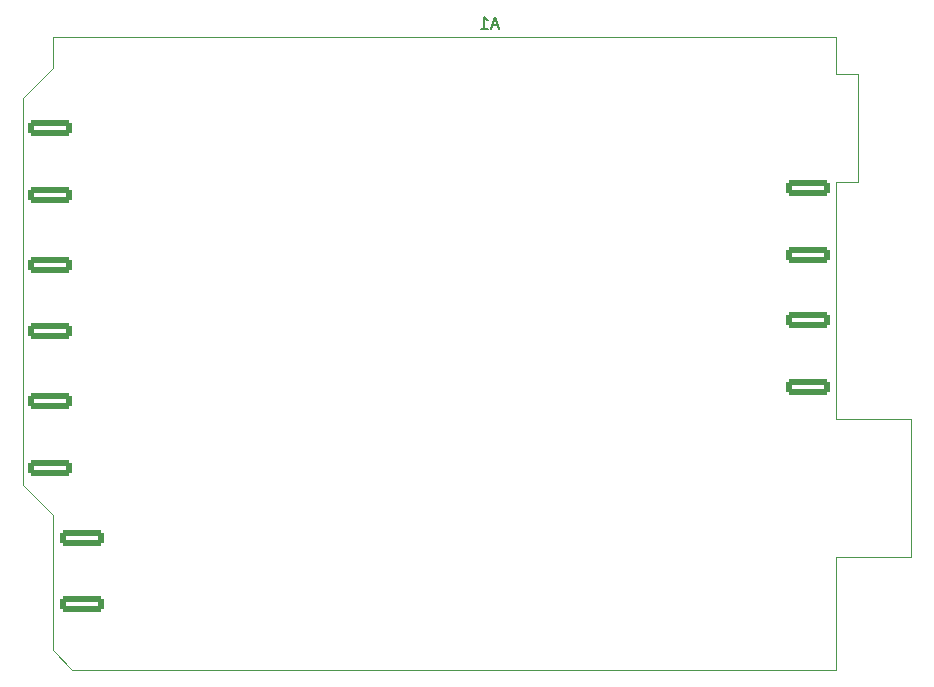
<source format=gbr>
%TF.GenerationSoftware,KiCad,Pcbnew,8.0.6*%
%TF.CreationDate,2025-06-24T21:55:00+02:00*%
%TF.ProjectId,PhaseLoom,50686173-654c-46f6-9f6d-2e6b69636164,rev?*%
%TF.SameCoordinates,Original*%
%TF.FileFunction,Legend,Bot*%
%TF.FilePolarity,Positive*%
%FSLAX46Y46*%
G04 Gerber Fmt 4.6, Leading zero omitted, Abs format (unit mm)*
G04 Created by KiCad (PCBNEW 8.0.6) date 2025-06-24 21:55:00*
%MOMM*%
%LPD*%
G01*
G04 APERTURE LIST*
G04 Aperture macros list*
%AMRoundRect*
0 Rectangle with rounded corners*
0 $1 Rounding radius*
0 $2 $3 $4 $5 $6 $7 $8 $9 X,Y pos of 4 corners*
0 Add a 4 corners polygon primitive as box body*
4,1,4,$2,$3,$4,$5,$6,$7,$8,$9,$2,$3,0*
0 Add four circle primitives for the rounded corners*
1,1,$1+$1,$2,$3*
1,1,$1+$1,$4,$5*
1,1,$1+$1,$6,$7*
1,1,$1+$1,$8,$9*
0 Add four rect primitives between the rounded corners*
20,1,$1+$1,$2,$3,$4,$5,0*
20,1,$1+$1,$4,$5,$6,$7,0*
20,1,$1+$1,$6,$7,$8,$9,0*
20,1,$1+$1,$8,$9,$2,$3,0*%
G04 Aperture macros list end*
%ADD10C,0.150000*%
%ADD11C,0.120000*%
%ADD12RoundRect,0.250000X-1.600000X0.425000X-1.600000X-0.425000X1.600000X-0.425000X1.600000X0.425000X0*%
%ADD13R,1.700000X1.700000*%
%ADD14O,1.700000X1.700000*%
%ADD15RoundRect,0.250000X1.600000X-0.425000X1.600000X0.425000X-1.600000X0.425000X-1.600000X-0.425000X0*%
%ADD16R,1.600000X1.600000*%
%ADD17O,1.600000X1.600000*%
G04 APERTURE END LIST*
D10*
X162994885Y-85513104D02*
X162518695Y-85513104D01*
X163090123Y-85798819D02*
X162756790Y-84798819D01*
X162756790Y-84798819D02*
X162423457Y-85798819D01*
X161566314Y-85798819D02*
X162137742Y-85798819D01*
X161852028Y-85798819D02*
X161852028Y-84798819D01*
X161852028Y-84798819D02*
X161947266Y-84941676D01*
X161947266Y-84941676D02*
X162042504Y-85036914D01*
X162042504Y-85036914D02*
X162137742Y-85084533D01*
D11*
%TO.C,A1*%
X122780600Y-91694000D02*
X122780600Y-124464000D01*
X122780600Y-124464000D02*
X125320600Y-127004000D01*
X125320600Y-86484000D02*
X125320600Y-89154000D01*
X125320600Y-89154000D02*
X122780600Y-91694000D01*
X125320600Y-127004000D02*
X125320600Y-138434000D01*
X125320600Y-138434000D02*
X126970600Y-140083999D01*
X126970600Y-140083999D02*
X191620600Y-140084000D01*
X191620600Y-86484000D02*
X125320600Y-86484000D01*
X191620600Y-89664000D02*
X191620600Y-86484000D01*
X191620600Y-98804000D02*
X193520600Y-98804000D01*
X191620600Y-118874000D02*
X191620600Y-98804000D01*
X191620600Y-130554000D02*
X197970600Y-130554000D01*
X191620600Y-140084000D02*
X191620600Y-130554000D01*
X193520600Y-89664000D02*
X191620600Y-89664000D01*
X193520600Y-98804000D02*
X193520600Y-89664000D01*
X197970600Y-118874000D02*
X191620600Y-118874000D01*
X197970600Y-130554000D02*
X197970600Y-118874000D01*
%TD*%
%LPC*%
D10*
G36*
X166691688Y-96241475D02*
G01*
X166691688Y-95995522D01*
X166905156Y-95995522D01*
X166905156Y-96768795D01*
X166770578Y-96768795D01*
X166770578Y-96898000D01*
X167193851Y-96898000D01*
X167193851Y-96768795D01*
X167061960Y-96768795D01*
X167061960Y-95995522D01*
X167274207Y-95995522D01*
X167274207Y-96241475D01*
X167401946Y-96241475D01*
X167401946Y-95866318D01*
X166563705Y-95866318D01*
X166563705Y-96241475D01*
X166691688Y-96241475D01*
G37*
G36*
X165989001Y-96163317D02*
G01*
X165931022Y-96168576D01*
X165882870Y-96184354D01*
X165838059Y-96217173D01*
X165807399Y-96265138D01*
X165792659Y-96316679D01*
X165787942Y-96365486D01*
X165787745Y-96378739D01*
X165787745Y-96771482D01*
X165665379Y-96771482D01*
X165665379Y-96898000D01*
X165929894Y-96898000D01*
X165929894Y-96430274D01*
X165933054Y-96379144D01*
X165947098Y-96330845D01*
X165952365Y-96322319D01*
X165994470Y-96294109D01*
X166021241Y-96291056D01*
X166075199Y-96300000D01*
X166125063Y-96320036D01*
X166173577Y-96346959D01*
X166218789Y-96377012D01*
X166226650Y-96382647D01*
X166226650Y-96771482D01*
X166101597Y-96771482D01*
X166101597Y-96898000D01*
X166498003Y-96898000D01*
X166498003Y-96771482D01*
X166368799Y-96771482D01*
X166368799Y-95991370D01*
X166498003Y-95991370D01*
X166498003Y-95866318D01*
X166226650Y-95866318D01*
X166226650Y-96266143D01*
X166187166Y-96236520D01*
X166140936Y-96207601D01*
X166095959Y-96185911D01*
X166045070Y-96169744D01*
X165995888Y-96163417D01*
X165989001Y-96163317D01*
G37*
G36*
X165315501Y-96164828D02*
G01*
X165364861Y-96171545D01*
X165415975Y-96185524D01*
X165462414Y-96206304D01*
X165486057Y-96220746D01*
X165524677Y-96252212D01*
X165558236Y-96290710D01*
X165586733Y-96336241D01*
X165450690Y-96370435D01*
X165425893Y-96336054D01*
X165386454Y-96304489D01*
X165339816Y-96287528D01*
X165289734Y-96282752D01*
X165265362Y-96283658D01*
X165216017Y-96293229D01*
X165172497Y-96319877D01*
X165155142Y-96344486D01*
X165140100Y-96393676D01*
X165136594Y-96442487D01*
X165136594Y-96521133D01*
X165183168Y-96494526D01*
X165231543Y-96475520D01*
X165281720Y-96464117D01*
X165333698Y-96460316D01*
X165361338Y-96461672D01*
X165412485Y-96471384D01*
X165459483Y-96488648D01*
X165482028Y-96500123D01*
X165524692Y-96530817D01*
X165558890Y-96569493D01*
X165571340Y-96589609D01*
X165589480Y-96636727D01*
X165595526Y-96688683D01*
X165595007Y-96704021D01*
X165585016Y-96754998D01*
X165562309Y-96801768D01*
X165551322Y-96817219D01*
X165514910Y-96855153D01*
X165473649Y-96883345D01*
X165452463Y-96893637D01*
X165403849Y-96908633D01*
X165351527Y-96913631D01*
X165304991Y-96910136D01*
X165252760Y-96897225D01*
X165202749Y-96874800D01*
X165161651Y-96848007D01*
X165122183Y-96814224D01*
X165122183Y-96898000D01*
X164876231Y-96898000D01*
X164876231Y-96771482D01*
X164997131Y-96771482D01*
X164997131Y-96638125D01*
X165136594Y-96638125D01*
X165136594Y-96719946D01*
X165142316Y-96725146D01*
X165183091Y-96756919D01*
X165231238Y-96783327D01*
X165281033Y-96799173D01*
X165332476Y-96804454D01*
X165380687Y-96797209D01*
X165424556Y-96771482D01*
X165450151Y-96736867D01*
X165460215Y-96688683D01*
X165450018Y-96641300D01*
X165419427Y-96602710D01*
X165416848Y-96600591D01*
X165371556Y-96575839D01*
X165322218Y-96568272D01*
X165275812Y-96572637D01*
X165223605Y-96587986D01*
X165177199Y-96610907D01*
X165136594Y-96638125D01*
X164997131Y-96638125D01*
X164997131Y-96434427D01*
X164997197Y-96425708D01*
X165001329Y-96368802D01*
X165011889Y-96319118D01*
X165031830Y-96271182D01*
X165064298Y-96228530D01*
X165077531Y-96216876D01*
X165119514Y-96191402D01*
X165171236Y-96174080D01*
X165224482Y-96165610D01*
X165276056Y-96163317D01*
X165315501Y-96164828D01*
G37*
G36*
X164112483Y-96410491D02*
G01*
X164112483Y-96771482D01*
X163991583Y-96771482D01*
X163991583Y-96898000D01*
X164254633Y-96898000D01*
X164254633Y-96418795D01*
X164257858Y-96369639D01*
X164272970Y-96322739D01*
X164274172Y-96320854D01*
X164315256Y-96293413D01*
X164338408Y-96291056D01*
X164387257Y-96296933D01*
X164439036Y-96314564D01*
X164486747Y-96339634D01*
X164529429Y-96368285D01*
X164551388Y-96385090D01*
X164551388Y-96771482D01*
X164427068Y-96771482D01*
X164427068Y-96898000D01*
X164818834Y-96898000D01*
X164818834Y-96771482D01*
X164691583Y-96771482D01*
X164691583Y-96305955D01*
X164818834Y-96305955D01*
X164818834Y-96178949D01*
X164551388Y-96178949D01*
X164551388Y-96260526D01*
X164510330Y-96232521D01*
X164462085Y-96205181D01*
X164414956Y-96184676D01*
X164361382Y-96169393D01*
X164309328Y-96163412D01*
X164302016Y-96163317D01*
X164251591Y-96168070D01*
X164204898Y-96184499D01*
X164164887Y-96216125D01*
X164158890Y-96223401D01*
X164134418Y-96267488D01*
X164120142Y-96318343D01*
X164113616Y-96372435D01*
X164112483Y-96410491D01*
G37*
G36*
X163409797Y-96297162D02*
G01*
X163523858Y-96297162D01*
X163523858Y-96178949D01*
X163124033Y-96178949D01*
X163124033Y-96297162D01*
X163235407Y-96297162D01*
X163505296Y-96519912D01*
X163250550Y-96771482D01*
X163124033Y-96771482D01*
X163124033Y-96898000D01*
X163311611Y-96898000D01*
X163672846Y-96535543D01*
X163672846Y-96771482D01*
X163550481Y-96771482D01*
X163550481Y-96898000D01*
X163944200Y-96898000D01*
X163944200Y-96771482D01*
X163814996Y-96771482D01*
X163814996Y-95991370D01*
X163944200Y-95991370D01*
X163944200Y-95866318D01*
X163672846Y-95866318D01*
X163672846Y-96516981D01*
X163409797Y-96297162D01*
G37*
G36*
X162428673Y-96305955D02*
G01*
X162272114Y-96713596D01*
X162120439Y-96305955D01*
X162216426Y-96305955D01*
X162216426Y-96178949D01*
X161871555Y-96178949D01*
X161871555Y-96305955D01*
X161978045Y-96305955D01*
X162334640Y-97226262D01*
X162574975Y-97226262D01*
X162574975Y-97102675D01*
X162432825Y-97102675D01*
X162347096Y-96889207D01*
X162583279Y-96305955D01*
X162704179Y-96305955D01*
X162704179Y-96178949D01*
X162342944Y-96178949D01*
X162342944Y-96305955D01*
X162428673Y-96305955D01*
G37*
G36*
X161515693Y-96166340D02*
G01*
X161566252Y-96175407D01*
X161613879Y-96190520D01*
X161658576Y-96211677D01*
X161684671Y-96227690D01*
X161726984Y-96261051D01*
X161763307Y-96300247D01*
X161793642Y-96345278D01*
X161814799Y-96389226D01*
X161829912Y-96436075D01*
X161838979Y-96485824D01*
X161842002Y-96538474D01*
X161839688Y-96582844D01*
X161831376Y-96631521D01*
X161814799Y-96683692D01*
X161793642Y-96727762D01*
X161774059Y-96758657D01*
X161739596Y-96800298D01*
X161699028Y-96836298D01*
X161657843Y-96863561D01*
X161612917Y-96885467D01*
X161565336Y-96901114D01*
X161515098Y-96910502D01*
X161462204Y-96913631D01*
X161410745Y-96910502D01*
X161361637Y-96901114D01*
X161314880Y-96885467D01*
X161270474Y-96863561D01*
X161239330Y-96843531D01*
X161197412Y-96808786D01*
X161161251Y-96768398D01*
X161133942Y-96727762D01*
X161114337Y-96689319D01*
X161096206Y-96637453D01*
X161086773Y-96589048D01*
X161083628Y-96538474D01*
X161234081Y-96538474D01*
X161235120Y-96562293D01*
X161244500Y-96611428D01*
X161263635Y-96657176D01*
X161273443Y-96673584D01*
X161306996Y-96713815D01*
X161346189Y-96743638D01*
X161362926Y-96752856D01*
X161412454Y-96770353D01*
X161461960Y-96775634D01*
X161485347Y-96774509D01*
X161533722Y-96764354D01*
X161578952Y-96743638D01*
X161598195Y-96730749D01*
X161634291Y-96697345D01*
X161662728Y-96656443D01*
X161672937Y-96635552D01*
X161687811Y-96588343D01*
X161692770Y-96538474D01*
X161691713Y-96515210D01*
X161682179Y-96466690D01*
X161662728Y-96420749D01*
X161650580Y-96400931D01*
X161618841Y-96363412D01*
X161579685Y-96333310D01*
X161559449Y-96322270D01*
X161513130Y-96306187D01*
X161463426Y-96300826D01*
X161439658Y-96301994D01*
X161390988Y-96312536D01*
X161346189Y-96334043D01*
X161327138Y-96347163D01*
X161291517Y-96380775D01*
X161263635Y-96421482D01*
X161253591Y-96442115D01*
X161238959Y-96488884D01*
X161234081Y-96538474D01*
X161083628Y-96538474D01*
X161085371Y-96501013D01*
X161094522Y-96446883D01*
X161111517Y-96395226D01*
X161133209Y-96351384D01*
X161153024Y-96320372D01*
X161187674Y-96278458D01*
X161228235Y-96242070D01*
X161269252Y-96214364D01*
X161313735Y-96192031D01*
X161360721Y-96176079D01*
X161410211Y-96166507D01*
X161462204Y-96163317D01*
X161515693Y-96166340D01*
G37*
G36*
X160657668Y-96790044D02*
G01*
X160608927Y-96784243D01*
X160558200Y-96766841D01*
X160512187Y-96742097D01*
X160471538Y-96713818D01*
X160450795Y-96697232D01*
X160450795Y-96305955D01*
X160578534Y-96305955D01*
X160578534Y-96178949D01*
X160308645Y-96178949D01*
X160308645Y-96771482D01*
X160185058Y-96771482D01*
X160185058Y-96898000D01*
X160450795Y-96898000D01*
X160450795Y-96818132D01*
X160497251Y-96850587D01*
X160542832Y-96876327D01*
X160594903Y-96897870D01*
X160645782Y-96910274D01*
X160688443Y-96913631D01*
X160741403Y-96908859D01*
X160790414Y-96892363D01*
X160832370Y-96860608D01*
X160838652Y-96853303D01*
X160864155Y-96807646D01*
X160877756Y-96759889D01*
X160884698Y-96709912D01*
X160886965Y-96660991D01*
X160887012Y-96652291D01*
X160887012Y-96305955D01*
X160988129Y-96305955D01*
X160988129Y-96178949D01*
X160744863Y-96178949D01*
X160744863Y-96682089D01*
X160739142Y-96732916D01*
X160724591Y-96763910D01*
X160681823Y-96787977D01*
X160657668Y-96790044D01*
G37*
G36*
X159254493Y-96017016D02*
G01*
X159381011Y-96036311D01*
X159394255Y-95988392D01*
X159434500Y-95966213D01*
X159478946Y-95988218D01*
X159479685Y-95989660D01*
X159489823Y-96038996D01*
X159490920Y-96072947D01*
X159490920Y-96178949D01*
X159367089Y-96178949D01*
X159367089Y-96305955D01*
X159490920Y-96305955D01*
X159490920Y-96771482D01*
X159354877Y-96771482D01*
X159354877Y-96898000D01*
X159738827Y-96898000D01*
X159738827Y-96771482D01*
X159633070Y-96771482D01*
X159633070Y-96305955D01*
X159738827Y-96305955D01*
X159738827Y-96178949D01*
X159633070Y-96178949D01*
X159633070Y-96069039D01*
X159629244Y-96017375D01*
X159616021Y-95966724D01*
X159593352Y-95923180D01*
X159584710Y-95911503D01*
X159545839Y-95876878D01*
X159496060Y-95856625D01*
X159447217Y-95850746D01*
X159441339Y-95850686D01*
X159391074Y-95855621D01*
X159344534Y-95872262D01*
X159315310Y-95892452D01*
X159282178Y-95933040D01*
X159263149Y-95978089D01*
X159254493Y-96017016D01*
G37*
G36*
X158957982Y-96166340D02*
G01*
X159008541Y-96175407D01*
X159056168Y-96190520D01*
X159100864Y-96211677D01*
X159126960Y-96227690D01*
X159169273Y-96261051D01*
X159205596Y-96300247D01*
X159235931Y-96345278D01*
X159257088Y-96389226D01*
X159272201Y-96436075D01*
X159281268Y-96485824D01*
X159284291Y-96538474D01*
X159281977Y-96582844D01*
X159273665Y-96631521D01*
X159257088Y-96683692D01*
X159235931Y-96727762D01*
X159216347Y-96758657D01*
X159181885Y-96800298D01*
X159141317Y-96836298D01*
X159100132Y-96863561D01*
X159055206Y-96885467D01*
X159007625Y-96901114D01*
X158957387Y-96910502D01*
X158904493Y-96913631D01*
X158853034Y-96910502D01*
X158803926Y-96901114D01*
X158757169Y-96885467D01*
X158712763Y-96863561D01*
X158681619Y-96843531D01*
X158639701Y-96808786D01*
X158603540Y-96768398D01*
X158576231Y-96727762D01*
X158556626Y-96689319D01*
X158538495Y-96637453D01*
X158529061Y-96589048D01*
X158525917Y-96538474D01*
X158676370Y-96538474D01*
X158677409Y-96562293D01*
X158686789Y-96611428D01*
X158705924Y-96657176D01*
X158715732Y-96673584D01*
X158749285Y-96713815D01*
X158788478Y-96743638D01*
X158805215Y-96752856D01*
X158854743Y-96770353D01*
X158904249Y-96775634D01*
X158927636Y-96774509D01*
X158976011Y-96764354D01*
X159021241Y-96743638D01*
X159040484Y-96730749D01*
X159076580Y-96697345D01*
X159105017Y-96656443D01*
X159115226Y-96635552D01*
X159130100Y-96588343D01*
X159135058Y-96538474D01*
X159134002Y-96515210D01*
X159124468Y-96466690D01*
X159105017Y-96420749D01*
X159092869Y-96400931D01*
X159061130Y-96363412D01*
X159021974Y-96333310D01*
X159001738Y-96322270D01*
X158955419Y-96306187D01*
X158905714Y-96300826D01*
X158881947Y-96301994D01*
X158833277Y-96312536D01*
X158788478Y-96334043D01*
X158769427Y-96347163D01*
X158733806Y-96380775D01*
X158705924Y-96421482D01*
X158695880Y-96442115D01*
X158681248Y-96488884D01*
X158676370Y-96538474D01*
X158525917Y-96538474D01*
X158527660Y-96501013D01*
X158536811Y-96446883D01*
X158553806Y-96395226D01*
X158575498Y-96351384D01*
X158595313Y-96320372D01*
X158629963Y-96278458D01*
X158670524Y-96242070D01*
X158711541Y-96214364D01*
X158756024Y-96192031D01*
X158803010Y-96176079D01*
X158852500Y-96166507D01*
X158904493Y-96163317D01*
X158957982Y-96166340D01*
G37*
G36*
X158160285Y-96606862D02*
G01*
X158160285Y-96771482D01*
X158002993Y-96771482D01*
X158002993Y-96898000D01*
X158446049Y-96898000D01*
X158446049Y-96771482D01*
X158301213Y-96771482D01*
X158301213Y-96305955D01*
X158446049Y-96305955D01*
X158446049Y-96178949D01*
X158188617Y-96178949D01*
X158188617Y-96337218D01*
X158165689Y-96292293D01*
X158136756Y-96250546D01*
X158100711Y-96215083D01*
X158081151Y-96201663D01*
X158035589Y-96181442D01*
X157985325Y-96169646D01*
X157933282Y-96164253D01*
X157897236Y-96163317D01*
X157864996Y-96163317D01*
X157864996Y-96306932D01*
X157895770Y-96306932D01*
X157949840Y-96308840D01*
X158001836Y-96315548D01*
X158052689Y-96330307D01*
X158067717Y-96337462D01*
X158107112Y-96367229D01*
X158135563Y-96410827D01*
X158142211Y-96429297D01*
X158152501Y-96478048D01*
X158157744Y-96527510D01*
X158160003Y-96578709D01*
X158160285Y-96606862D01*
G37*
G36*
X157437082Y-95991370D02*
G01*
X157309343Y-95991370D01*
X157309343Y-96771482D01*
X157437082Y-96771482D01*
X157437082Y-96898000D01*
X157171346Y-96898000D01*
X157171346Y-96793219D01*
X157143024Y-96825992D01*
X157104983Y-96856642D01*
X157059727Y-96881635D01*
X157014518Y-96898508D01*
X156962970Y-96909850D01*
X156909518Y-96913631D01*
X156878848Y-96912373D01*
X156826016Y-96903767D01*
X156776237Y-96887008D01*
X156729511Y-96862096D01*
X156705246Y-96845062D01*
X156665838Y-96810104D01*
X156631916Y-96769620D01*
X156603481Y-96723610D01*
X156585685Y-96684821D01*
X156569226Y-96632752D01*
X156560663Y-96584392D01*
X156557808Y-96534078D01*
X156557905Y-96531391D01*
X156707040Y-96531391D01*
X156708054Y-96555946D01*
X156717201Y-96607322D01*
X156735861Y-96656199D01*
X156747519Y-96677391D01*
X156778610Y-96717887D01*
X156817682Y-96750965D01*
X156837981Y-96763250D01*
X156885497Y-96781147D01*
X156937850Y-96787113D01*
X156961102Y-96785988D01*
X157008891Y-96775833D01*
X157053132Y-96755117D01*
X157071960Y-96742195D01*
X157107451Y-96708480D01*
X157135687Y-96666946D01*
X157145896Y-96645594D01*
X157160770Y-96596738D01*
X157165728Y-96544336D01*
X157164314Y-96514192D01*
X157155310Y-96465454D01*
X157136175Y-96416841D01*
X157124303Y-96396159D01*
X157093159Y-96357120D01*
X157054598Y-96325983D01*
X157034517Y-96314611D01*
X156987708Y-96298044D01*
X156936384Y-96292521D01*
X156912144Y-96293655D01*
X156862982Y-96303887D01*
X156818415Y-96324762D01*
X156802636Y-96335309D01*
X156764355Y-96370678D01*
X156736594Y-96411224D01*
X156726550Y-96432043D01*
X156711918Y-96479863D01*
X156707040Y-96531391D01*
X156557905Y-96531391D01*
X156558911Y-96503423D01*
X156566457Y-96449928D01*
X156581151Y-96398597D01*
X156602993Y-96349430D01*
X156617901Y-96323575D01*
X156649095Y-96281363D01*
X156685891Y-96244715D01*
X156728289Y-96213631D01*
X156753872Y-96199136D01*
X156802294Y-96179237D01*
X156853769Y-96167297D01*
X156908296Y-96163317D01*
X156936879Y-96164386D01*
X156991611Y-96172938D01*
X157043096Y-96190043D01*
X157091336Y-96215700D01*
X157136330Y-96249909D01*
X157171346Y-96284950D01*
X157171346Y-95866318D01*
X157437082Y-95866318D01*
X157437082Y-95991370D01*
G37*
G36*
X156132337Y-96790044D02*
G01*
X156083595Y-96784243D01*
X156032869Y-96766841D01*
X155986856Y-96742097D01*
X155946206Y-96713818D01*
X155925463Y-96697232D01*
X155925463Y-96305955D01*
X156053202Y-96305955D01*
X156053202Y-96178949D01*
X155783314Y-96178949D01*
X155783314Y-96771482D01*
X155659727Y-96771482D01*
X155659727Y-96898000D01*
X155925463Y-96898000D01*
X155925463Y-96818132D01*
X155971920Y-96850587D01*
X156017501Y-96876327D01*
X156069572Y-96897870D01*
X156120450Y-96910274D01*
X156163112Y-96913631D01*
X156216072Y-96908859D01*
X156265083Y-96892363D01*
X156307038Y-96860608D01*
X156313321Y-96853303D01*
X156338823Y-96807646D01*
X156352425Y-96759889D01*
X156359367Y-96709912D01*
X156361634Y-96660991D01*
X156361681Y-96652291D01*
X156361681Y-96305955D01*
X156462797Y-96305955D01*
X156462797Y-96178949D01*
X156219532Y-96178949D01*
X156219532Y-96682089D01*
X156213810Y-96732916D01*
X156199259Y-96763910D01*
X156156491Y-96787977D01*
X156132337Y-96790044D01*
G37*
G36*
X155370055Y-96305955D02*
G01*
X155213495Y-96713596D01*
X155061821Y-96305955D01*
X155157808Y-96305955D01*
X155157808Y-96178949D01*
X154812937Y-96178949D01*
X154812937Y-96305955D01*
X154919427Y-96305955D01*
X155276021Y-97226262D01*
X155516356Y-97226262D01*
X155516356Y-97102675D01*
X155374207Y-97102675D01*
X155288478Y-96889207D01*
X155524661Y-96305955D01*
X155645561Y-96305955D01*
X155645561Y-96178949D01*
X155284326Y-96178949D01*
X155284326Y-96305955D01*
X155370055Y-96305955D01*
G37*
G36*
X154496643Y-95936660D02*
G01*
X154510931Y-95983692D01*
X154522044Y-95996988D01*
X154565641Y-96020801D01*
X154582616Y-96022389D01*
X154629373Y-96008101D01*
X154642456Y-95996988D01*
X154665582Y-95953528D01*
X154667124Y-95936660D01*
X154653248Y-95889399D01*
X154642456Y-95876087D01*
X154599454Y-95852274D01*
X154582616Y-95850686D01*
X154534622Y-95864562D01*
X154521555Y-95875355D01*
X154498200Y-95919089D01*
X154496643Y-95936660D01*
G37*
G36*
X154395038Y-96771482D02*
G01*
X154395038Y-96898000D01*
X154759936Y-96898000D01*
X154759936Y-96771482D01*
X154647096Y-96771482D01*
X154647096Y-96305955D01*
X154759936Y-96305955D01*
X154759936Y-96178949D01*
X154504947Y-96178949D01*
X154504947Y-96771482D01*
X154395038Y-96771482D01*
G37*
G36*
X153625673Y-96410491D02*
G01*
X153625673Y-96771482D01*
X153504772Y-96771482D01*
X153504772Y-96898000D01*
X153767822Y-96898000D01*
X153767822Y-96418795D01*
X153771047Y-96369639D01*
X153786159Y-96322739D01*
X153787361Y-96320854D01*
X153828445Y-96293413D01*
X153851597Y-96291056D01*
X153900446Y-96296933D01*
X153952225Y-96314564D01*
X153999937Y-96339634D01*
X154042618Y-96368285D01*
X154064577Y-96385090D01*
X154064577Y-96771482D01*
X153940257Y-96771482D01*
X153940257Y-96898000D01*
X154332023Y-96898000D01*
X154332023Y-96771482D01*
X154204772Y-96771482D01*
X154204772Y-96305955D01*
X154332023Y-96305955D01*
X154332023Y-96178949D01*
X154064577Y-96178949D01*
X154064577Y-96260526D01*
X154023520Y-96232521D01*
X153975274Y-96205181D01*
X153928145Y-96184676D01*
X153874571Y-96169393D01*
X153822517Y-96163412D01*
X153815205Y-96163317D01*
X153764780Y-96168070D01*
X153718087Y-96184499D01*
X153678076Y-96216125D01*
X153672079Y-96223401D01*
X153647607Y-96267488D01*
X153633331Y-96318343D01*
X153626806Y-96372435D01*
X153625673Y-96410491D01*
G37*
G36*
X153102680Y-96164587D02*
G01*
X153155756Y-96173275D01*
X153206012Y-96190193D01*
X153253446Y-96215341D01*
X153282910Y-96236103D01*
X153322533Y-96271948D01*
X153356670Y-96313435D01*
X153382407Y-96355048D01*
X153400679Y-96394087D01*
X153417578Y-96446272D01*
X153426370Y-96494541D01*
X153429301Y-96544580D01*
X153428204Y-96575410D01*
X153420699Y-96628950D01*
X153406085Y-96679978D01*
X153384361Y-96728495D01*
X153369458Y-96753870D01*
X153338306Y-96795487D01*
X153301589Y-96831888D01*
X153259308Y-96863073D01*
X153228562Y-96880255D01*
X153179803Y-96899362D01*
X153127875Y-96910471D01*
X153079057Y-96913631D01*
X153034306Y-96910554D01*
X152985025Y-96900062D01*
X152935687Y-96882124D01*
X152893264Y-96860166D01*
X152852274Y-96830778D01*
X152817229Y-96795906D01*
X152817229Y-96865027D01*
X152819358Y-96905779D01*
X152828823Y-96955253D01*
X152848520Y-97004270D01*
X152877801Y-97046255D01*
X152902073Y-97069579D01*
X152944662Y-97095517D01*
X152994671Y-97110598D01*
X153045352Y-97114887D01*
X153056353Y-97114713D01*
X153105533Y-97109304D01*
X153154284Y-97095103D01*
X153169778Y-97088520D01*
X153213162Y-97065012D01*
X153253446Y-97036485D01*
X153344793Y-97141754D01*
X153305314Y-97170603D01*
X153254664Y-97198767D01*
X153200442Y-97219890D01*
X153152528Y-97232114D01*
X153102134Y-97239449D01*
X153049259Y-97241893D01*
X153015775Y-97240990D01*
X152963393Y-97235467D01*
X152906186Y-97222212D01*
X152855144Y-97201727D01*
X152810267Y-97174012D01*
X152771555Y-97139067D01*
X152744114Y-97104899D01*
X152717323Y-97058325D01*
X152697231Y-97005672D01*
X152685603Y-96957150D01*
X152678626Y-96904407D01*
X152676301Y-96847441D01*
X152676301Y-96540672D01*
X152815763Y-96540672D01*
X152816828Y-96564918D01*
X152826440Y-96615389D01*
X152846049Y-96663038D01*
X152858248Y-96683471D01*
X152890452Y-96722147D01*
X152930557Y-96753163D01*
X152954911Y-96766202D01*
X153003487Y-96781919D01*
X153052190Y-96786625D01*
X153076671Y-96785474D01*
X153126118Y-96775087D01*
X153170648Y-96753896D01*
X153186257Y-96743032D01*
X153223870Y-96706647D01*
X153250760Y-96664992D01*
X153261704Y-96639984D01*
X153274898Y-96590689D01*
X153278848Y-96541893D01*
X153277809Y-96517656D01*
X153268429Y-96467263D01*
X153249294Y-96419772D01*
X153237396Y-96399256D01*
X153206020Y-96360459D01*
X153166984Y-96329402D01*
X153146697Y-96318031D01*
X153099913Y-96301463D01*
X153049259Y-96295941D01*
X153024968Y-96297169D01*
X152975340Y-96308254D01*
X152929825Y-96330868D01*
X152910582Y-96344655D01*
X152874486Y-96379889D01*
X152846049Y-96422459D01*
X152835757Y-96443880D01*
X152820762Y-96491470D01*
X152815763Y-96540672D01*
X152676301Y-96540672D01*
X152676301Y-96305955D01*
X152545875Y-96305955D01*
X152545875Y-96178949D01*
X152817229Y-96178949D01*
X152817229Y-96276890D01*
X152850727Y-96246922D01*
X152892352Y-96216592D01*
X152938617Y-96191405D01*
X152970216Y-96179116D01*
X153019790Y-96167267D01*
X153071974Y-96163317D01*
X153102680Y-96164587D01*
G37*
G36*
X151774312Y-96166340D02*
G01*
X151824870Y-96175407D01*
X151872497Y-96190520D01*
X151917194Y-96211677D01*
X151943289Y-96227690D01*
X151985602Y-96261051D01*
X152021926Y-96300247D01*
X152052260Y-96345278D01*
X152073418Y-96389226D01*
X152088530Y-96436075D01*
X152097598Y-96485824D01*
X152100620Y-96538474D01*
X152098306Y-96582844D01*
X152089994Y-96631521D01*
X152073418Y-96683692D01*
X152052260Y-96727762D01*
X152032677Y-96758657D01*
X151998214Y-96800298D01*
X151957647Y-96836298D01*
X151916461Y-96863561D01*
X151871536Y-96885467D01*
X151823954Y-96901114D01*
X151773716Y-96910502D01*
X151720823Y-96913631D01*
X151669364Y-96910502D01*
X151620256Y-96901114D01*
X151573498Y-96885467D01*
X151529092Y-96863561D01*
X151497948Y-96843531D01*
X151456030Y-96808786D01*
X151419870Y-96768398D01*
X151392560Y-96727762D01*
X151372955Y-96689319D01*
X151354825Y-96637453D01*
X151345391Y-96589048D01*
X151342246Y-96538474D01*
X151492700Y-96538474D01*
X151493739Y-96562293D01*
X151503119Y-96611428D01*
X151522253Y-96657176D01*
X151532061Y-96673584D01*
X151565614Y-96713815D01*
X151604807Y-96743638D01*
X151621544Y-96752856D01*
X151671072Y-96770353D01*
X151720578Y-96775634D01*
X151743966Y-96774509D01*
X151792340Y-96764354D01*
X151837571Y-96743638D01*
X151856813Y-96730749D01*
X151892909Y-96697345D01*
X151921346Y-96656443D01*
X151931556Y-96635552D01*
X151946430Y-96588343D01*
X151951388Y-96538474D01*
X151950332Y-96515210D01*
X151940797Y-96466690D01*
X151921346Y-96420749D01*
X151909199Y-96400931D01*
X151877460Y-96363412D01*
X151838303Y-96333310D01*
X151818068Y-96322270D01*
X151771749Y-96306187D01*
X151722044Y-96300826D01*
X151698276Y-96301994D01*
X151649607Y-96312536D01*
X151604807Y-96334043D01*
X151585756Y-96347163D01*
X151550135Y-96380775D01*
X151522253Y-96421482D01*
X151512210Y-96442115D01*
X151497577Y-96488884D01*
X151492700Y-96538474D01*
X151342246Y-96538474D01*
X151343989Y-96501013D01*
X151353141Y-96446883D01*
X151370136Y-96395226D01*
X151391827Y-96351384D01*
X151411643Y-96320372D01*
X151446292Y-96278458D01*
X151486853Y-96242070D01*
X151527871Y-96214364D01*
X151572353Y-96192031D01*
X151619340Y-96176079D01*
X151668829Y-96166507D01*
X151720823Y-96163317D01*
X151774312Y-96166340D01*
G37*
G36*
X150976615Y-96606862D02*
G01*
X150976615Y-96771482D01*
X150819322Y-96771482D01*
X150819322Y-96898000D01*
X151262379Y-96898000D01*
X151262379Y-96771482D01*
X151117543Y-96771482D01*
X151117543Y-96305955D01*
X151262379Y-96305955D01*
X151262379Y-96178949D01*
X151004947Y-96178949D01*
X151004947Y-96337218D01*
X150982019Y-96292293D01*
X150953086Y-96250546D01*
X150917041Y-96215083D01*
X150897480Y-96201663D01*
X150851918Y-96181442D01*
X150801654Y-96169646D01*
X150749611Y-96164253D01*
X150713565Y-96163317D01*
X150681325Y-96163317D01*
X150681325Y-96306932D01*
X150712100Y-96306932D01*
X150766169Y-96308840D01*
X150818165Y-96315548D01*
X150869018Y-96330307D01*
X150884047Y-96337462D01*
X150923441Y-96367229D01*
X150951892Y-96410827D01*
X150958541Y-96429297D01*
X150968831Y-96478048D01*
X150974073Y-96527510D01*
X150976332Y-96578709D01*
X150976615Y-96606862D01*
G37*
G36*
X150118101Y-96771482D02*
G01*
X150118101Y-96305955D01*
X150239734Y-96305955D01*
X150239734Y-96178949D01*
X149976684Y-96178949D01*
X149976684Y-96264678D01*
X149937108Y-96235477D01*
X149889916Y-96206969D01*
X149843050Y-96185589D01*
X149788785Y-96169652D01*
X149734965Y-96163416D01*
X149727312Y-96163317D01*
X149676354Y-96168728D01*
X149627303Y-96188165D01*
X149588052Y-96221737D01*
X149558602Y-96269444D01*
X149555610Y-96276401D01*
X149512574Y-96245582D01*
X149470325Y-96219987D01*
X149420666Y-96196168D01*
X149372139Y-96179870D01*
X149316958Y-96170363D01*
X149293781Y-96169423D01*
X149242743Y-96174432D01*
X149194590Y-96191512D01*
X149154807Y-96220714D01*
X149125188Y-96262413D01*
X149108931Y-96311490D01*
X149102987Y-96364755D01*
X149102784Y-96377762D01*
X149102784Y-96771482D01*
X148976510Y-96771482D01*
X148976510Y-96898000D01*
X149243712Y-96898000D01*
X149243712Y-96438334D01*
X149245434Y-96388149D01*
X149248597Y-96361154D01*
X149268685Y-96315927D01*
X149273509Y-96310595D01*
X149319645Y-96290828D01*
X149337745Y-96289835D01*
X149388801Y-96298101D01*
X149429092Y-96313282D01*
X149472447Y-96336243D01*
X149514040Y-96364379D01*
X149539001Y-96383868D01*
X149539001Y-96771482D01*
X149416880Y-96771482D01*
X149416880Y-96898000D01*
X149681151Y-96898000D01*
X149681151Y-96420260D01*
X149684617Y-96370193D01*
X149700863Y-96322296D01*
X149702155Y-96320365D01*
X149743851Y-96292816D01*
X149771276Y-96289835D01*
X149824919Y-96299018D01*
X149874737Y-96319588D01*
X149923361Y-96347228D01*
X149968779Y-96378083D01*
X149976684Y-96383868D01*
X149976684Y-96771482D01*
X149849678Y-96771482D01*
X149849678Y-96898000D01*
X150248038Y-96898000D01*
X150248038Y-96771482D01*
X150118101Y-96771482D01*
G37*
G36*
X148632737Y-96164828D02*
G01*
X148682097Y-96171545D01*
X148733211Y-96185524D01*
X148779650Y-96206304D01*
X148803293Y-96220746D01*
X148841914Y-96252212D01*
X148875473Y-96290710D01*
X148903970Y-96336241D01*
X148767927Y-96370435D01*
X148743129Y-96336054D01*
X148703691Y-96304489D01*
X148657052Y-96287528D01*
X148606971Y-96282752D01*
X148582599Y-96283658D01*
X148533254Y-96293229D01*
X148489734Y-96319877D01*
X148472378Y-96344486D01*
X148457336Y-96393676D01*
X148453830Y-96442487D01*
X148453830Y-96521133D01*
X148500404Y-96494526D01*
X148548780Y-96475520D01*
X148598956Y-96464117D01*
X148650934Y-96460316D01*
X148678575Y-96461672D01*
X148729722Y-96471384D01*
X148776719Y-96488648D01*
X148799265Y-96500123D01*
X148841928Y-96530817D01*
X148876126Y-96569493D01*
X148888577Y-96589609D01*
X148906716Y-96636727D01*
X148912763Y-96688683D01*
X148912244Y-96704021D01*
X148902253Y-96754998D01*
X148879546Y-96801768D01*
X148868558Y-96817219D01*
X148832147Y-96855153D01*
X148790885Y-96883345D01*
X148769699Y-96893637D01*
X148721086Y-96908633D01*
X148668764Y-96913631D01*
X148622227Y-96910136D01*
X148569996Y-96897225D01*
X148519986Y-96874800D01*
X148478887Y-96848007D01*
X148439420Y-96814224D01*
X148439420Y-96898000D01*
X148193467Y-96898000D01*
X148193467Y-96771482D01*
X148314368Y-96771482D01*
X148314368Y-96638125D01*
X148453830Y-96638125D01*
X148453830Y-96719946D01*
X148459552Y-96725146D01*
X148500328Y-96756919D01*
X148548474Y-96783327D01*
X148598269Y-96799173D01*
X148649713Y-96804454D01*
X148697924Y-96797209D01*
X148741793Y-96771482D01*
X148767388Y-96736867D01*
X148777452Y-96688683D01*
X148767255Y-96641300D01*
X148736663Y-96602710D01*
X148734084Y-96600591D01*
X148688792Y-96575839D01*
X148639455Y-96568272D01*
X148593049Y-96572637D01*
X148540842Y-96587986D01*
X148494436Y-96610907D01*
X148453830Y-96638125D01*
X148314368Y-96638125D01*
X148314368Y-96434427D01*
X148314433Y-96425708D01*
X148318566Y-96368802D01*
X148329126Y-96319118D01*
X148349066Y-96271182D01*
X148381534Y-96228530D01*
X148394767Y-96216876D01*
X148436750Y-96191402D01*
X148488472Y-96174080D01*
X148541719Y-96165610D01*
X148593293Y-96163317D01*
X148632737Y-96164828D01*
G37*
G36*
X147611192Y-96297162D02*
G01*
X147725254Y-96297162D01*
X147725254Y-96178949D01*
X147325428Y-96178949D01*
X147325428Y-96297162D01*
X147436803Y-96297162D01*
X147706691Y-96519912D01*
X147451946Y-96771482D01*
X147325428Y-96771482D01*
X147325428Y-96898000D01*
X147513007Y-96898000D01*
X147874242Y-96535543D01*
X147874242Y-96771482D01*
X147751876Y-96771482D01*
X147751876Y-96898000D01*
X148145596Y-96898000D01*
X148145596Y-96771482D01*
X148016391Y-96771482D01*
X148016391Y-95991370D01*
X148145596Y-95991370D01*
X148145596Y-95866318D01*
X147874242Y-95866318D01*
X147874242Y-96516981D01*
X147611192Y-96297162D01*
G37*
G36*
X147009134Y-95936660D02*
G01*
X147023422Y-95983692D01*
X147034535Y-95996988D01*
X147078132Y-96020801D01*
X147095107Y-96022389D01*
X147141865Y-96008101D01*
X147154947Y-95996988D01*
X147178074Y-95953528D01*
X147179615Y-95936660D01*
X147165739Y-95889399D01*
X147154947Y-95876087D01*
X147111945Y-95852274D01*
X147095107Y-95850686D01*
X147047114Y-95864562D01*
X147034047Y-95875355D01*
X147010691Y-95919089D01*
X147009134Y-95936660D01*
G37*
G36*
X146907529Y-96771482D02*
G01*
X146907529Y-96898000D01*
X147272428Y-96898000D01*
X147272428Y-96771482D01*
X147159587Y-96771482D01*
X147159587Y-96305955D01*
X147272428Y-96305955D01*
X147272428Y-96178949D01*
X147017438Y-96178949D01*
X147017438Y-96771482D01*
X146907529Y-96771482D01*
G37*
G36*
X146138164Y-96410491D02*
G01*
X146138164Y-96771482D01*
X146017264Y-96771482D01*
X146017264Y-96898000D01*
X146280313Y-96898000D01*
X146280313Y-96418795D01*
X146283538Y-96369639D01*
X146298650Y-96322739D01*
X146299853Y-96320854D01*
X146340937Y-96293413D01*
X146364088Y-96291056D01*
X146412937Y-96296933D01*
X146464717Y-96314564D01*
X146512428Y-96339634D01*
X146555109Y-96368285D01*
X146577068Y-96385090D01*
X146577068Y-96771482D01*
X146452749Y-96771482D01*
X146452749Y-96898000D01*
X146844514Y-96898000D01*
X146844514Y-96771482D01*
X146717264Y-96771482D01*
X146717264Y-96305955D01*
X146844514Y-96305955D01*
X146844514Y-96178949D01*
X146577068Y-96178949D01*
X146577068Y-96260526D01*
X146536011Y-96232521D01*
X146487765Y-96205181D01*
X146440636Y-96184676D01*
X146387063Y-96169393D01*
X146335009Y-96163412D01*
X146327696Y-96163317D01*
X146277271Y-96168070D01*
X146230579Y-96184499D01*
X146190567Y-96216125D01*
X146184570Y-96223401D01*
X146160098Y-96267488D01*
X146145823Y-96318343D01*
X146139297Y-96372435D01*
X146138164Y-96410491D01*
G37*
G36*
X145615171Y-96164587D02*
G01*
X145668247Y-96173275D01*
X145718503Y-96190193D01*
X145765938Y-96215341D01*
X145795401Y-96236103D01*
X145835025Y-96271948D01*
X145869161Y-96313435D01*
X145894898Y-96355048D01*
X145913170Y-96394087D01*
X145930069Y-96446272D01*
X145938862Y-96494541D01*
X145941793Y-96544580D01*
X145940695Y-96575410D01*
X145933191Y-96628950D01*
X145918576Y-96679978D01*
X145896852Y-96728495D01*
X145881949Y-96753870D01*
X145850797Y-96795487D01*
X145814080Y-96831888D01*
X145771800Y-96863073D01*
X145741054Y-96880255D01*
X145692294Y-96899362D01*
X145640366Y-96910471D01*
X145591548Y-96913631D01*
X145546798Y-96910554D01*
X145497517Y-96900062D01*
X145448178Y-96882124D01*
X145405755Y-96860166D01*
X145364765Y-96830778D01*
X145329720Y-96795906D01*
X145329720Y-96865027D01*
X145331850Y-96905779D01*
X145341314Y-96955253D01*
X145361012Y-97004270D01*
X145390292Y-97046255D01*
X145414564Y-97069579D01*
X145457154Y-97095517D01*
X145507162Y-97110598D01*
X145557843Y-97114887D01*
X145568844Y-97114713D01*
X145618024Y-97109304D01*
X145666775Y-97095103D01*
X145682269Y-97088520D01*
X145725653Y-97065012D01*
X145765938Y-97036485D01*
X145857285Y-97141754D01*
X145817805Y-97170603D01*
X145767155Y-97198767D01*
X145712933Y-97219890D01*
X145665020Y-97232114D01*
X145614625Y-97239449D01*
X145561751Y-97241893D01*
X145528266Y-97240990D01*
X145475884Y-97235467D01*
X145418677Y-97222212D01*
X145367635Y-97201727D01*
X145322758Y-97174012D01*
X145284047Y-97139067D01*
X145256605Y-97104899D01*
X145229815Y-97058325D01*
X145209722Y-97005672D01*
X145198094Y-96957150D01*
X145191117Y-96904407D01*
X145188792Y-96847441D01*
X145188792Y-96540672D01*
X145328255Y-96540672D01*
X145329319Y-96564918D01*
X145338932Y-96615389D01*
X145358541Y-96663038D01*
X145370739Y-96683471D01*
X145402944Y-96722147D01*
X145443049Y-96753163D01*
X145467402Y-96766202D01*
X145515978Y-96781919D01*
X145564682Y-96786625D01*
X145589162Y-96785474D01*
X145638610Y-96775087D01*
X145683139Y-96753896D01*
X145698748Y-96743032D01*
X145736361Y-96706647D01*
X145763251Y-96664992D01*
X145774195Y-96639984D01*
X145787389Y-96590689D01*
X145791339Y-96541893D01*
X145790300Y-96517656D01*
X145780920Y-96467263D01*
X145761786Y-96419772D01*
X145749887Y-96399256D01*
X145718511Y-96360459D01*
X145679476Y-96329402D01*
X145659188Y-96318031D01*
X145612404Y-96301463D01*
X145561751Y-96295941D01*
X145537459Y-96297169D01*
X145487832Y-96308254D01*
X145442316Y-96330868D01*
X145423073Y-96344655D01*
X145386978Y-96379889D01*
X145358541Y-96422459D01*
X145348248Y-96443880D01*
X145333253Y-96491470D01*
X145328255Y-96540672D01*
X145188792Y-96540672D01*
X145188792Y-96305955D01*
X145058366Y-96305955D01*
X145058366Y-96178949D01*
X145329720Y-96178949D01*
X145329720Y-96276890D01*
X145363219Y-96246922D01*
X145404844Y-96216592D01*
X145451109Y-96191405D01*
X145482708Y-96179116D01*
X145532281Y-96167267D01*
X145584465Y-96163317D01*
X145615171Y-96164587D01*
G37*
G36*
X164862309Y-97858949D02*
G01*
X164862309Y-97985955D01*
X164994200Y-97985955D01*
X164994200Y-98364775D01*
X164990616Y-98415858D01*
X164981499Y-98441468D01*
X164937780Y-98459053D01*
X164888307Y-98453478D01*
X164862309Y-98446108D01*
X164862309Y-98574336D01*
X164911697Y-98586829D01*
X164960973Y-98593461D01*
X164968799Y-98593631D01*
X165019651Y-98589242D01*
X165067828Y-98572390D01*
X165097271Y-98548690D01*
X165121084Y-98505803D01*
X165132533Y-98456315D01*
X165136311Y-98401090D01*
X165136349Y-98394329D01*
X165136349Y-97985955D01*
X165230627Y-97985955D01*
X165230627Y-97858949D01*
X165136349Y-97858949D01*
X165136349Y-97751726D01*
X164994200Y-97624475D01*
X164994200Y-97858949D01*
X164862309Y-97858949D01*
G37*
G36*
X164286629Y-97843317D02*
G01*
X164228649Y-97848576D01*
X164180497Y-97864354D01*
X164135686Y-97897173D01*
X164105026Y-97945138D01*
X164090286Y-97996679D01*
X164085569Y-98045486D01*
X164085372Y-98058739D01*
X164085372Y-98451482D01*
X163963007Y-98451482D01*
X163963007Y-98578000D01*
X164227522Y-98578000D01*
X164227522Y-98110274D01*
X164230682Y-98059144D01*
X164244726Y-98010845D01*
X164249992Y-98002319D01*
X164292097Y-97974109D01*
X164318869Y-97971056D01*
X164372826Y-97980000D01*
X164422690Y-98000036D01*
X164471204Y-98026959D01*
X164516416Y-98057012D01*
X164524277Y-98062647D01*
X164524277Y-98451482D01*
X164399224Y-98451482D01*
X164399224Y-98578000D01*
X164795631Y-98578000D01*
X164795631Y-98451482D01*
X164666426Y-98451482D01*
X164666426Y-97671370D01*
X164795631Y-97671370D01*
X164795631Y-97546318D01*
X164524277Y-97546318D01*
X164524277Y-97946143D01*
X164484794Y-97916520D01*
X164438563Y-97887601D01*
X164393586Y-97865911D01*
X164342698Y-97849744D01*
X164293515Y-97843417D01*
X164286629Y-97843317D01*
G37*
G36*
X163644514Y-97616660D02*
G01*
X163658802Y-97663692D01*
X163669915Y-97676988D01*
X163713513Y-97700801D01*
X163730488Y-97702389D01*
X163777245Y-97688101D01*
X163790327Y-97676988D01*
X163813454Y-97633528D01*
X163814996Y-97616660D01*
X163801120Y-97569399D01*
X163790327Y-97556087D01*
X163747325Y-97532274D01*
X163730488Y-97530686D01*
X163682494Y-97544562D01*
X163669427Y-97555355D01*
X163646071Y-97599089D01*
X163644514Y-97616660D01*
G37*
G36*
X163542909Y-98451482D02*
G01*
X163542909Y-98578000D01*
X163907808Y-98578000D01*
X163907808Y-98451482D01*
X163794968Y-98451482D01*
X163794968Y-97985955D01*
X163907808Y-97985955D01*
X163907808Y-97858949D01*
X163652818Y-97858949D01*
X163652818Y-98451482D01*
X163542909Y-98451482D01*
G37*
G36*
X163023649Y-97883861D02*
G01*
X163023649Y-97858949D01*
X162900062Y-97858949D01*
X162900062Y-98093422D01*
X163023649Y-98093422D01*
X163023649Y-98049214D01*
X163057385Y-98010211D01*
X163102126Y-97979653D01*
X163154053Y-97963199D01*
X163192665Y-97960065D01*
X163243773Y-97966415D01*
X163284744Y-97985466D01*
X163316190Y-98025117D01*
X163320404Y-98050923D01*
X163303857Y-98097017D01*
X163293293Y-98106611D01*
X163245393Y-98126512D01*
X163194050Y-98137920D01*
X163171416Y-98141782D01*
X163075917Y-98160588D01*
X163025828Y-98172549D01*
X162972608Y-98193317D01*
X162929824Y-98220548D01*
X162892258Y-98261758D01*
X162869718Y-98312277D01*
X162862413Y-98361485D01*
X162862204Y-98372103D01*
X162868329Y-98425321D01*
X162886702Y-98472318D01*
X162917324Y-98513094D01*
X162939629Y-98533059D01*
X162981379Y-98559559D01*
X163029450Y-98578488D01*
X163083839Y-98589845D01*
X163136615Y-98593572D01*
X163144549Y-98593631D01*
X163194924Y-98589845D01*
X163244444Y-98578488D01*
X163292056Y-98560331D01*
X163326510Y-98540875D01*
X163326510Y-98578000D01*
X163453028Y-98578000D01*
X163453028Y-98327895D01*
X163326510Y-98327895D01*
X163326510Y-98353785D01*
X163308682Y-98400124D01*
X163274432Y-98437018D01*
X163268624Y-98441224D01*
X163223791Y-98463763D01*
X163173068Y-98473681D01*
X163157494Y-98474196D01*
X163106012Y-98470085D01*
X163058732Y-98455122D01*
X163048317Y-98449284D01*
X163015076Y-98411175D01*
X163008506Y-98375278D01*
X163029467Y-98329499D01*
X163040257Y-98322277D01*
X163087762Y-98304386D01*
X163138982Y-98291732D01*
X163167264Y-98285885D01*
X163240781Y-98270009D01*
X163291721Y-98256912D01*
X163340306Y-98237433D01*
X163383459Y-98209898D01*
X163400760Y-98193806D01*
X163429683Y-98153175D01*
X163446601Y-98105502D01*
X163451562Y-98056053D01*
X163445395Y-98004149D01*
X163426893Y-97958776D01*
X163414193Y-97940037D01*
X163380206Y-97904893D01*
X163339366Y-97877650D01*
X163318206Y-97867741D01*
X163270212Y-97851928D01*
X163221090Y-97844176D01*
X163198038Y-97843317D01*
X163148304Y-97845851D01*
X163097244Y-97854760D01*
X163046582Y-97872181D01*
X163023649Y-97883861D01*
G37*
G36*
X161923396Y-97845240D02*
G01*
X161975648Y-97855338D01*
X162025428Y-97874092D01*
X162068460Y-97899059D01*
X162108893Y-97931645D01*
X162143398Y-97967881D01*
X162143398Y-97858949D01*
X162406447Y-97858949D01*
X162406447Y-97985955D01*
X162285547Y-97985955D01*
X162285547Y-98779744D01*
X162416217Y-98779744D01*
X162416217Y-98906262D01*
X162002714Y-98906262D01*
X162002714Y-98779744D01*
X162143398Y-98779744D01*
X162143398Y-98482745D01*
X162129699Y-98496172D01*
X162086886Y-98531258D01*
X162041497Y-98558546D01*
X161993532Y-98578038D01*
X161942991Y-98589733D01*
X161889873Y-98593631D01*
X161859620Y-98592397D01*
X161807327Y-98583954D01*
X161757816Y-98567513D01*
X161711088Y-98543073D01*
X161686659Y-98526303D01*
X161646894Y-98491608D01*
X161612539Y-98451118D01*
X161583593Y-98404831D01*
X161567739Y-98371495D01*
X161550109Y-98319784D01*
X161539858Y-98266025D01*
X161536943Y-98216520D01*
X161536985Y-98215299D01*
X161684465Y-98215299D01*
X161685410Y-98239422D01*
X161693937Y-98290038D01*
X161711332Y-98338397D01*
X161718316Y-98352491D01*
X161747928Y-98395868D01*
X161785582Y-98429988D01*
X161797611Y-98437888D01*
X161842597Y-98457242D01*
X161892072Y-98463694D01*
X161932171Y-98461487D01*
X161981310Y-98451679D01*
X162030679Y-98431267D01*
X162073788Y-98400923D01*
X162097943Y-98375702D01*
X162124804Y-98331558D01*
X162140421Y-98279840D01*
X162144863Y-98227511D01*
X162143449Y-98197939D01*
X162134444Y-98149853D01*
X162115310Y-98101482D01*
X162103386Y-98080756D01*
X162071777Y-98041330D01*
X162032267Y-98009402D01*
X162008104Y-97995793D01*
X161959757Y-97979387D01*
X161911123Y-97974475D01*
X161891289Y-97975274D01*
X161842678Y-97984831D01*
X161795107Y-98007204D01*
X161779539Y-98017974D01*
X161741659Y-98053905D01*
X161714019Y-98094887D01*
X161703975Y-98115864D01*
X161689343Y-98163848D01*
X161684465Y-98215299D01*
X161536985Y-98215299D01*
X161538028Y-98185232D01*
X161545451Y-98130868D01*
X161559907Y-98079015D01*
X161581395Y-98029674D01*
X161596074Y-98003749D01*
X161626855Y-97961440D01*
X161663239Y-97924734D01*
X161705226Y-97893631D01*
X161735883Y-97876532D01*
X161784864Y-97857517D01*
X161837438Y-97846462D01*
X161887187Y-97843317D01*
X161923396Y-97845240D01*
G37*
G36*
X161171799Y-98286862D02*
G01*
X161171799Y-98451482D01*
X161014507Y-98451482D01*
X161014507Y-98578000D01*
X161457564Y-98578000D01*
X161457564Y-98451482D01*
X161312728Y-98451482D01*
X161312728Y-97985955D01*
X161457564Y-97985955D01*
X161457564Y-97858949D01*
X161200132Y-97858949D01*
X161200132Y-98017218D01*
X161177203Y-97972293D01*
X161148271Y-97930546D01*
X161112226Y-97895083D01*
X161092665Y-97881663D01*
X161047103Y-97861442D01*
X160996839Y-97849646D01*
X160944796Y-97844253D01*
X160908750Y-97843317D01*
X160876510Y-97843317D01*
X160876510Y-97986932D01*
X160907284Y-97986932D01*
X160961354Y-97988840D01*
X161013350Y-97995548D01*
X161064203Y-98010307D01*
X161079231Y-98017462D01*
X161118626Y-98047229D01*
X161147077Y-98090827D01*
X161153726Y-98109297D01*
X161164016Y-98158048D01*
X161169258Y-98207510D01*
X161171517Y-98258709D01*
X161171799Y-98286862D01*
G37*
G36*
X160558750Y-97846340D02*
G01*
X160609308Y-97855407D01*
X160656936Y-97870520D01*
X160701632Y-97891677D01*
X160727727Y-97907690D01*
X160770040Y-97941051D01*
X160806364Y-97980247D01*
X160836698Y-98025278D01*
X160857856Y-98069226D01*
X160872968Y-98116075D01*
X160882036Y-98165824D01*
X160885058Y-98218474D01*
X160882744Y-98262844D01*
X160874432Y-98311521D01*
X160857856Y-98363692D01*
X160836698Y-98407762D01*
X160817115Y-98438657D01*
X160782652Y-98480298D01*
X160742085Y-98516298D01*
X160700899Y-98543561D01*
X160655974Y-98565467D01*
X160608392Y-98581114D01*
X160558155Y-98590502D01*
X160505261Y-98593631D01*
X160453802Y-98590502D01*
X160404694Y-98581114D01*
X160357937Y-98565467D01*
X160313530Y-98543561D01*
X160282386Y-98523531D01*
X160240468Y-98488786D01*
X160204308Y-98448398D01*
X160176998Y-98407762D01*
X160157394Y-98369319D01*
X160139263Y-98317453D01*
X160129829Y-98269048D01*
X160126684Y-98218474D01*
X160277138Y-98218474D01*
X160278177Y-98242293D01*
X160287557Y-98291428D01*
X160306691Y-98337176D01*
X160316499Y-98353584D01*
X160350052Y-98393815D01*
X160389245Y-98423638D01*
X160405982Y-98432856D01*
X160455510Y-98450353D01*
X160505017Y-98455634D01*
X160528404Y-98454509D01*
X160576778Y-98444354D01*
X160622009Y-98423638D01*
X160641252Y-98410749D01*
X160677347Y-98377345D01*
X160705784Y-98336443D01*
X160715994Y-98315552D01*
X160730868Y-98268343D01*
X160735826Y-98218474D01*
X160734770Y-98195210D01*
X160725235Y-98146690D01*
X160705784Y-98100749D01*
X160693637Y-98080931D01*
X160661898Y-98043412D01*
X160622742Y-98013310D01*
X160602506Y-98002270D01*
X160556187Y-97986187D01*
X160506482Y-97980826D01*
X160482714Y-97981994D01*
X160434045Y-97992536D01*
X160389245Y-98014043D01*
X160370194Y-98027163D01*
X160334573Y-98060775D01*
X160306691Y-98101482D01*
X160296648Y-98122115D01*
X160282015Y-98168884D01*
X160277138Y-98218474D01*
X160126684Y-98218474D01*
X160128427Y-98181013D01*
X160137579Y-98126883D01*
X160154574Y-98075226D01*
X160176266Y-98031384D01*
X160196081Y-98000372D01*
X160230730Y-97958458D01*
X160271291Y-97922070D01*
X160312309Y-97894364D01*
X160356792Y-97872031D01*
X160403778Y-97856079D01*
X160453268Y-97846507D01*
X160505261Y-97843317D01*
X160558750Y-97846340D01*
G37*
G36*
X159662867Y-97858949D02*
G01*
X159662867Y-97985955D01*
X159794758Y-97985955D01*
X159794758Y-98364775D01*
X159791174Y-98415858D01*
X159782058Y-98441468D01*
X159738338Y-98459053D01*
X159688865Y-98453478D01*
X159662867Y-98446108D01*
X159662867Y-98574336D01*
X159712256Y-98586829D01*
X159761532Y-98593461D01*
X159769357Y-98593631D01*
X159820209Y-98589242D01*
X159868386Y-98572390D01*
X159897829Y-98548690D01*
X159921642Y-98505803D01*
X159933091Y-98456315D01*
X159936869Y-98401090D01*
X159936908Y-98394329D01*
X159936908Y-97985955D01*
X160031185Y-97985955D01*
X160031185Y-97858949D01*
X159936908Y-97858949D01*
X159936908Y-97751726D01*
X159794758Y-97624475D01*
X159794758Y-97858949D01*
X159662867Y-97858949D01*
G37*
G36*
X159241793Y-97846340D02*
G01*
X159292351Y-97855407D01*
X159339978Y-97870520D01*
X159384675Y-97891677D01*
X159410770Y-97907690D01*
X159453083Y-97941051D01*
X159489406Y-97980247D01*
X159519741Y-98025278D01*
X159540898Y-98069226D01*
X159556011Y-98116075D01*
X159565078Y-98165824D01*
X159568101Y-98218474D01*
X159565787Y-98262844D01*
X159557475Y-98311521D01*
X159540898Y-98363692D01*
X159519741Y-98407762D01*
X159500158Y-98438657D01*
X159465695Y-98480298D01*
X159425127Y-98516298D01*
X159383942Y-98543561D01*
X159339016Y-98565467D01*
X159291435Y-98581114D01*
X159241197Y-98590502D01*
X159188303Y-98593631D01*
X159136844Y-98590502D01*
X159087736Y-98581114D01*
X159040979Y-98565467D01*
X158996573Y-98543561D01*
X158965429Y-98523531D01*
X158923511Y-98488786D01*
X158887350Y-98448398D01*
X158860041Y-98407762D01*
X158840436Y-98369319D01*
X158822305Y-98317453D01*
X158812872Y-98269048D01*
X158809727Y-98218474D01*
X158960181Y-98218474D01*
X158961219Y-98242293D01*
X158970599Y-98291428D01*
X158989734Y-98337176D01*
X158999542Y-98353584D01*
X159033095Y-98393815D01*
X159072288Y-98423638D01*
X159089025Y-98432856D01*
X159138553Y-98450353D01*
X159188059Y-98455634D01*
X159211446Y-98454509D01*
X159259821Y-98444354D01*
X159305051Y-98423638D01*
X159324294Y-98410749D01*
X159360390Y-98377345D01*
X159388827Y-98336443D01*
X159399036Y-98315552D01*
X159413910Y-98268343D01*
X159418869Y-98218474D01*
X159417812Y-98195210D01*
X159408278Y-98146690D01*
X159388827Y-98100749D01*
X159376679Y-98080931D01*
X159344940Y-98043412D01*
X159305784Y-98013310D01*
X159285548Y-98002270D01*
X159239229Y-97986187D01*
X159189525Y-97980826D01*
X159165757Y-97981994D01*
X159117087Y-97992536D01*
X159072288Y-98014043D01*
X159053237Y-98027163D01*
X159017616Y-98060775D01*
X158989734Y-98101482D01*
X158979690Y-98122115D01*
X158965058Y-98168884D01*
X158960181Y-98218474D01*
X158809727Y-98218474D01*
X158811470Y-98181013D01*
X158820621Y-98126883D01*
X158837616Y-98075226D01*
X158859308Y-98031384D01*
X158879123Y-98000372D01*
X158913773Y-97958458D01*
X158954334Y-97922070D01*
X158995351Y-97894364D01*
X159039834Y-97872031D01*
X159086820Y-97856079D01*
X159136310Y-97846507D01*
X159188303Y-97843317D01*
X159241793Y-97846340D01*
G37*
G36*
X158345910Y-97858949D02*
G01*
X158345910Y-97985955D01*
X158477801Y-97985955D01*
X158477801Y-98364775D01*
X158474216Y-98415858D01*
X158465100Y-98441468D01*
X158421381Y-98459053D01*
X158371908Y-98453478D01*
X158345910Y-98446108D01*
X158345910Y-98574336D01*
X158395298Y-98586829D01*
X158444574Y-98593461D01*
X158452400Y-98593631D01*
X158503252Y-98589242D01*
X158551429Y-98572390D01*
X158580871Y-98548690D01*
X158604685Y-98505803D01*
X158616134Y-98456315D01*
X158619912Y-98401090D01*
X158619950Y-98394329D01*
X158619950Y-97985955D01*
X158714228Y-97985955D01*
X158714228Y-97858949D01*
X158619950Y-97858949D01*
X158619950Y-97751726D01*
X158477801Y-97624475D01*
X158477801Y-97858949D01*
X158345910Y-97858949D01*
G37*
G36*
X158006412Y-97985955D02*
G01*
X157849853Y-98393596D01*
X157698178Y-97985955D01*
X157794165Y-97985955D01*
X157794165Y-97858949D01*
X157449294Y-97858949D01*
X157449294Y-97985955D01*
X157555784Y-97985955D01*
X157912379Y-98906262D01*
X158152714Y-98906262D01*
X158152714Y-98782675D01*
X158010564Y-98782675D01*
X157924835Y-98569207D01*
X158161018Y-97985955D01*
X158281918Y-97985955D01*
X158281918Y-97858949D01*
X157920683Y-97858949D01*
X157920683Y-97985955D01*
X158006412Y-97985955D01*
G37*
G36*
X156921302Y-97845240D02*
G01*
X156973555Y-97855338D01*
X157023335Y-97874092D01*
X157066366Y-97899059D01*
X157106800Y-97931645D01*
X157141304Y-97967881D01*
X157141304Y-97858949D01*
X157404354Y-97858949D01*
X157404354Y-97985955D01*
X157283453Y-97985955D01*
X157283453Y-98779744D01*
X157414123Y-98779744D01*
X157414123Y-98906262D01*
X157000620Y-98906262D01*
X157000620Y-98779744D01*
X157141304Y-98779744D01*
X157141304Y-98482745D01*
X157127605Y-98496172D01*
X157084792Y-98531258D01*
X157039403Y-98558546D01*
X156991438Y-98578038D01*
X156940897Y-98589733D01*
X156887780Y-98593631D01*
X156857526Y-98592397D01*
X156805233Y-98583954D01*
X156755723Y-98567513D01*
X156708994Y-98543073D01*
X156684565Y-98526303D01*
X156644800Y-98491608D01*
X156610445Y-98451118D01*
X156581499Y-98404831D01*
X156565646Y-98371495D01*
X156548015Y-98319784D01*
X156537765Y-98266025D01*
X156534849Y-98216520D01*
X156534891Y-98215299D01*
X156682372Y-98215299D01*
X156683316Y-98239422D01*
X156691843Y-98290038D01*
X156709238Y-98338397D01*
X156716222Y-98352491D01*
X156745835Y-98395868D01*
X156783488Y-98429988D01*
X156795517Y-98437888D01*
X156840504Y-98457242D01*
X156889978Y-98463694D01*
X156930078Y-98461487D01*
X156979216Y-98451679D01*
X157028585Y-98431267D01*
X157071695Y-98400923D01*
X157095849Y-98375702D01*
X157122710Y-98331558D01*
X157138327Y-98279840D01*
X157142769Y-98227511D01*
X157141355Y-98197939D01*
X157132351Y-98149853D01*
X157113216Y-98101482D01*
X157101292Y-98080756D01*
X157069683Y-98041330D01*
X157030174Y-98009402D01*
X157006011Y-97995793D01*
X156957664Y-97979387D01*
X156909029Y-97974475D01*
X156889195Y-97975274D01*
X156840585Y-97984831D01*
X156793014Y-98007204D01*
X156777446Y-98017974D01*
X156739565Y-98053905D01*
X156711925Y-98094887D01*
X156701882Y-98115864D01*
X156687249Y-98163848D01*
X156682372Y-98215299D01*
X156534891Y-98215299D01*
X156535934Y-98185232D01*
X156543357Y-98130868D01*
X156557813Y-98079015D01*
X156579301Y-98029674D01*
X156593981Y-98003749D01*
X156624762Y-97961440D01*
X156661146Y-97924734D01*
X156703132Y-97893631D01*
X156733790Y-97876532D01*
X156782770Y-97857517D01*
X156835344Y-97846462D01*
X156885093Y-97843317D01*
X156921302Y-97845240D01*
G37*
G36*
X156106936Y-97846340D02*
G01*
X156155784Y-97855407D01*
X156202435Y-97870520D01*
X156246887Y-97891677D01*
X156278022Y-97911134D01*
X156319895Y-97945279D01*
X156355972Y-97985375D01*
X156383174Y-98026011D01*
X156404973Y-98070188D01*
X156420543Y-98116991D01*
X156429886Y-98166420D01*
X156433000Y-98218474D01*
X156429855Y-98270864D01*
X156420421Y-98320568D01*
X156404698Y-98367584D01*
X156382686Y-98411914D01*
X156358650Y-98447621D01*
X156322114Y-98488240D01*
X156284317Y-98519351D01*
X156241513Y-98545759D01*
X156235809Y-98548705D01*
X156188358Y-98568900D01*
X156137670Y-98583112D01*
X156083745Y-98591340D01*
X156033907Y-98593631D01*
X155978662Y-98590761D01*
X155925524Y-98582152D01*
X155874493Y-98567802D01*
X155825568Y-98547713D01*
X155779879Y-98521992D01*
X155738801Y-98490744D01*
X155702332Y-98453970D01*
X155670474Y-98411670D01*
X155795526Y-98356715D01*
X155817401Y-98384010D01*
X155854850Y-98417853D01*
X155897864Y-98443177D01*
X155929050Y-98455466D01*
X155978292Y-98467316D01*
X156030488Y-98471265D01*
X156054381Y-98470369D01*
X156104710Y-98461793D01*
X156155056Y-98441614D01*
X156195351Y-98413868D01*
X156211353Y-98398870D01*
X156243911Y-98355698D01*
X156264118Y-98309910D01*
X156275707Y-98257553D01*
X155670474Y-98257553D01*
X155671167Y-98241779D01*
X155676345Y-98188660D01*
X155682547Y-98155948D01*
X155819462Y-98155948D01*
X156271555Y-98155948D01*
X156269249Y-98145122D01*
X156252653Y-98095028D01*
X156227613Y-98051661D01*
X156194130Y-98015020D01*
X156154317Y-97986813D01*
X156106004Y-97967851D01*
X156052958Y-97961531D01*
X156042473Y-97961739D01*
X155992393Y-97969052D01*
X155946226Y-97986813D01*
X155903970Y-98015020D01*
X155892270Y-98025306D01*
X155858916Y-98063965D01*
X155834244Y-98109350D01*
X155819462Y-98155948D01*
X155682547Y-98155948D01*
X155685800Y-98138790D01*
X155701844Y-98085774D01*
X155723474Y-98037002D01*
X155746480Y-97998251D01*
X155777037Y-97959031D01*
X155816851Y-97921368D01*
X155857075Y-97893631D01*
X155901283Y-97871619D01*
X155949155Y-97855896D01*
X156000690Y-97846462D01*
X156055889Y-97843317D01*
X156106936Y-97846340D01*
G37*
G36*
X155215938Y-97675522D02*
G01*
X155086977Y-97675522D01*
X155086977Y-98448795D01*
X155215938Y-98448795D01*
X155215938Y-98578000D01*
X154795596Y-98578000D01*
X154795596Y-98448795D01*
X154930174Y-98448795D01*
X154930174Y-98187211D01*
X154794130Y-98187211D01*
X154756175Y-98186174D01*
X154697639Y-98181059D01*
X154645006Y-98171710D01*
X154589640Y-98154903D01*
X154542774Y-98132000D01*
X154498841Y-98097574D01*
X154473721Y-98068632D01*
X154445706Y-98023706D01*
X154426036Y-97973637D01*
X154414711Y-97918426D01*
X154411646Y-97867009D01*
X154411742Y-97863589D01*
X154570404Y-97863589D01*
X154571060Y-97886809D01*
X154577986Y-97935822D01*
X154597271Y-97983757D01*
X154598964Y-97986434D01*
X154634173Y-98022452D01*
X154681046Y-98044573D01*
X154684640Y-98045655D01*
X154733653Y-98055959D01*
X154782788Y-98060768D01*
X154833453Y-98062159D01*
X154930174Y-98062159D01*
X154930174Y-97675522D01*
X154822462Y-97675522D01*
X154773564Y-97677119D01*
X154723722Y-97683020D01*
X154671043Y-97696995D01*
X154627557Y-97720951D01*
X154620636Y-97726804D01*
X154590552Y-97766290D01*
X154574925Y-97812906D01*
X154570404Y-97863589D01*
X154411742Y-97863589D01*
X154412618Y-97832385D01*
X154418216Y-97781552D01*
X154430463Y-97731080D01*
X154451458Y-97683338D01*
X154459379Y-97670645D01*
X154492390Y-97632864D01*
X154535562Y-97602048D01*
X154583104Y-97580267D01*
X154619709Y-97568730D01*
X154668124Y-97558286D01*
X154722685Y-97551092D01*
X154774346Y-97547511D01*
X154830522Y-97546318D01*
X155215938Y-97546318D01*
X155215938Y-97675522D01*
G37*
G36*
X153843781Y-97843317D02*
G01*
X153785802Y-97848576D01*
X153737650Y-97864354D01*
X153692839Y-97897173D01*
X153662179Y-97945138D01*
X153647439Y-97996679D01*
X153642722Y-98045486D01*
X153642525Y-98058739D01*
X153642525Y-98451482D01*
X153520160Y-98451482D01*
X153520160Y-98578000D01*
X153784675Y-98578000D01*
X153784675Y-98110274D01*
X153787834Y-98059144D01*
X153801878Y-98010845D01*
X153807145Y-98002319D01*
X153849250Y-97974109D01*
X153876021Y-97971056D01*
X153929979Y-97980000D01*
X153979843Y-98000036D01*
X154028357Y-98026959D01*
X154073569Y-98057012D01*
X154081430Y-98062647D01*
X154081430Y-98451482D01*
X153956377Y-98451482D01*
X153956377Y-98578000D01*
X154352783Y-98578000D01*
X154352783Y-98451482D01*
X154223579Y-98451482D01*
X154223579Y-97671370D01*
X154352783Y-97671370D01*
X154352783Y-97546318D01*
X154081430Y-97546318D01*
X154081430Y-97946143D01*
X154041946Y-97916520D01*
X153995716Y-97887601D01*
X153950739Y-97865911D01*
X153899850Y-97849744D01*
X153850668Y-97843417D01*
X153843781Y-97843317D01*
G37*
G36*
X153170281Y-97844828D02*
G01*
X153219641Y-97851545D01*
X153270755Y-97865524D01*
X153317194Y-97886304D01*
X153340837Y-97900746D01*
X153379458Y-97932212D01*
X153413016Y-97970710D01*
X153441513Y-98016241D01*
X153305470Y-98050435D01*
X153280673Y-98016054D01*
X153241234Y-97984489D01*
X153194596Y-97967528D01*
X153144514Y-97962752D01*
X153120142Y-97963658D01*
X153070798Y-97973229D01*
X153027278Y-97999877D01*
X153009922Y-98024486D01*
X152994880Y-98073676D01*
X152991374Y-98122487D01*
X152991374Y-98201133D01*
X153037948Y-98174526D01*
X153086323Y-98155520D01*
X153136500Y-98144117D01*
X153188478Y-98140316D01*
X153216118Y-98141672D01*
X153267265Y-98151384D01*
X153314263Y-98168648D01*
X153336809Y-98180123D01*
X153379472Y-98210817D01*
X153413670Y-98249493D01*
X153426120Y-98269609D01*
X153444260Y-98316727D01*
X153450306Y-98368683D01*
X153449787Y-98384021D01*
X153439796Y-98434998D01*
X153417089Y-98481768D01*
X153406102Y-98497219D01*
X153369690Y-98535153D01*
X153328429Y-98563345D01*
X153307243Y-98573637D01*
X153258629Y-98588633D01*
X153206308Y-98593631D01*
X153159771Y-98590136D01*
X153107540Y-98577225D01*
X153057529Y-98554800D01*
X153016431Y-98528007D01*
X152976963Y-98494224D01*
X152976963Y-98578000D01*
X152731011Y-98578000D01*
X152731011Y-98451482D01*
X152851911Y-98451482D01*
X152851911Y-98318125D01*
X152991374Y-98318125D01*
X152991374Y-98399946D01*
X152997096Y-98405146D01*
X153037872Y-98436919D01*
X153086018Y-98463327D01*
X153135813Y-98479173D01*
X153187257Y-98484454D01*
X153235467Y-98477209D01*
X153279336Y-98451482D01*
X153304932Y-98416867D01*
X153314996Y-98368683D01*
X153304798Y-98321300D01*
X153274207Y-98282710D01*
X153271628Y-98280591D01*
X153226336Y-98255839D01*
X153176998Y-98248272D01*
X153130592Y-98252637D01*
X153078385Y-98267986D01*
X153031979Y-98290907D01*
X152991374Y-98318125D01*
X152851911Y-98318125D01*
X152851911Y-98114427D01*
X152851977Y-98105708D01*
X152856109Y-98048802D01*
X152866669Y-97999118D01*
X152886610Y-97951182D01*
X152919078Y-97908530D01*
X152932311Y-97896876D01*
X152974294Y-97871402D01*
X153026016Y-97854080D01*
X153079262Y-97845610D01*
X153130836Y-97843317D01*
X153170281Y-97844828D01*
G37*
G36*
X152217368Y-97883861D02*
G01*
X152217368Y-97858949D01*
X152093781Y-97858949D01*
X152093781Y-98093422D01*
X152217368Y-98093422D01*
X152217368Y-98049214D01*
X152251104Y-98010211D01*
X152295845Y-97979653D01*
X152347773Y-97963199D01*
X152386384Y-97960065D01*
X152437492Y-97966415D01*
X152478464Y-97985466D01*
X152509910Y-98025117D01*
X152514123Y-98050923D01*
X152497576Y-98097017D01*
X152487012Y-98106611D01*
X152439113Y-98126512D01*
X152387770Y-98137920D01*
X152365135Y-98141782D01*
X152269636Y-98160588D01*
X152219547Y-98172549D01*
X152166328Y-98193317D01*
X152123544Y-98220548D01*
X152085977Y-98261758D01*
X152063437Y-98312277D01*
X152056132Y-98361485D01*
X152055924Y-98372103D01*
X152062048Y-98425321D01*
X152080421Y-98472318D01*
X152111044Y-98513094D01*
X152133349Y-98533059D01*
X152175099Y-98559559D01*
X152223169Y-98578488D01*
X152277559Y-98589845D01*
X152330334Y-98593572D01*
X152338268Y-98593631D01*
X152388644Y-98589845D01*
X152438164Y-98578488D01*
X152485775Y-98560331D01*
X152520229Y-98540875D01*
X152520229Y-98578000D01*
X152646747Y-98578000D01*
X152646747Y-98327895D01*
X152520229Y-98327895D01*
X152520229Y-98353785D01*
X152502401Y-98400124D01*
X152468151Y-98437018D01*
X152462344Y-98441224D01*
X152417511Y-98463763D01*
X152366788Y-98473681D01*
X152351213Y-98474196D01*
X152299732Y-98470085D01*
X152252451Y-98455122D01*
X152242037Y-98449284D01*
X152208796Y-98411175D01*
X152202225Y-98375278D01*
X152223186Y-98329499D01*
X152233977Y-98322277D01*
X152281482Y-98304386D01*
X152332702Y-98291732D01*
X152360983Y-98285885D01*
X152434500Y-98270009D01*
X152485440Y-98256912D01*
X152534025Y-98237433D01*
X152577178Y-98209898D01*
X152594479Y-98193806D01*
X152623403Y-98153175D01*
X152640321Y-98105502D01*
X152645282Y-98056053D01*
X152639114Y-98004149D01*
X152620612Y-97958776D01*
X152607913Y-97940037D01*
X152573925Y-97904893D01*
X152533085Y-97877650D01*
X152511925Y-97867741D01*
X152463932Y-97851928D01*
X152414810Y-97844176D01*
X152391758Y-97843317D01*
X152342024Y-97845851D01*
X152290963Y-97854760D01*
X152240302Y-97872181D01*
X152217368Y-97883861D01*
G37*
G36*
X151626545Y-97846340D02*
G01*
X151675393Y-97855407D01*
X151722044Y-97870520D01*
X151766496Y-97891677D01*
X151797631Y-97911134D01*
X151839504Y-97945279D01*
X151875581Y-97985375D01*
X151902783Y-98026011D01*
X151924582Y-98070188D01*
X151940153Y-98116991D01*
X151949495Y-98166420D01*
X151952609Y-98218474D01*
X151949464Y-98270864D01*
X151940030Y-98320568D01*
X151924307Y-98367584D01*
X151902295Y-98411914D01*
X151878259Y-98447621D01*
X151841723Y-98488240D01*
X151803926Y-98519351D01*
X151761123Y-98545759D01*
X151755419Y-98548705D01*
X151707967Y-98568900D01*
X151657279Y-98583112D01*
X151603355Y-98591340D01*
X151553516Y-98593631D01*
X151498271Y-98590761D01*
X151445133Y-98582152D01*
X151394102Y-98567802D01*
X151345177Y-98547713D01*
X151299488Y-98521992D01*
X151258410Y-98490744D01*
X151221941Y-98453970D01*
X151190083Y-98411670D01*
X151315135Y-98356715D01*
X151337010Y-98384010D01*
X151374459Y-98417853D01*
X151417473Y-98443177D01*
X151448660Y-98455466D01*
X151497901Y-98467316D01*
X151550097Y-98471265D01*
X151573991Y-98470369D01*
X151624319Y-98461793D01*
X151674666Y-98441614D01*
X151714961Y-98413868D01*
X151730962Y-98398870D01*
X151763520Y-98355698D01*
X151783727Y-98309910D01*
X151795317Y-98257553D01*
X151190083Y-98257553D01*
X151190776Y-98241779D01*
X151195954Y-98188660D01*
X151202156Y-98155948D01*
X151339071Y-98155948D01*
X151791164Y-98155948D01*
X151788858Y-98145122D01*
X151772262Y-98095028D01*
X151747223Y-98051661D01*
X151713739Y-98015020D01*
X151673926Y-97986813D01*
X151625613Y-97967851D01*
X151572567Y-97961531D01*
X151562082Y-97961739D01*
X151512003Y-97969052D01*
X151465835Y-97986813D01*
X151423579Y-98015020D01*
X151411880Y-98025306D01*
X151378525Y-98063965D01*
X151353853Y-98109350D01*
X151339071Y-98155948D01*
X151202156Y-98155948D01*
X151205409Y-98138790D01*
X151221453Y-98085774D01*
X151243084Y-98037002D01*
X151266089Y-97998251D01*
X151296646Y-97959031D01*
X151336461Y-97921368D01*
X151376684Y-97893631D01*
X151420892Y-97871619D01*
X151468764Y-97855896D01*
X151520299Y-97846462D01*
X151575498Y-97843317D01*
X151626545Y-97846340D01*
G37*
G36*
X150828848Y-97675522D02*
G01*
X150828848Y-98448795D01*
X150488862Y-98448795D01*
X150488862Y-98124685D01*
X150360390Y-98124685D01*
X150360390Y-98578000D01*
X151118764Y-98578000D01*
X151118764Y-98448795D01*
X150985652Y-98448795D01*
X150985652Y-97675522D01*
X151118764Y-97675522D01*
X151118764Y-97546318D01*
X150695735Y-97546318D01*
X150695735Y-97675522D01*
X150828848Y-97675522D01*
G37*
G36*
X149939071Y-97846340D02*
G01*
X149989629Y-97855407D01*
X150037257Y-97870520D01*
X150081953Y-97891677D01*
X150108048Y-97907690D01*
X150150361Y-97941051D01*
X150186685Y-97980247D01*
X150217019Y-98025278D01*
X150238177Y-98069226D01*
X150253289Y-98116075D01*
X150262357Y-98165824D01*
X150265379Y-98218474D01*
X150263065Y-98262844D01*
X150254753Y-98311521D01*
X150238177Y-98363692D01*
X150217019Y-98407762D01*
X150197436Y-98438657D01*
X150162973Y-98480298D01*
X150122406Y-98516298D01*
X150081220Y-98543561D01*
X150036295Y-98565467D01*
X149988713Y-98581114D01*
X149938476Y-98590502D01*
X149885582Y-98593631D01*
X149834123Y-98590502D01*
X149785015Y-98581114D01*
X149738258Y-98565467D01*
X149693851Y-98543561D01*
X149662707Y-98523531D01*
X149620789Y-98488786D01*
X149584629Y-98448398D01*
X149557319Y-98407762D01*
X149537715Y-98369319D01*
X149519584Y-98317453D01*
X149510150Y-98269048D01*
X149507005Y-98218474D01*
X149657459Y-98218474D01*
X149658498Y-98242293D01*
X149667878Y-98291428D01*
X149687012Y-98337176D01*
X149696820Y-98353584D01*
X149730373Y-98393815D01*
X149769566Y-98423638D01*
X149786303Y-98432856D01*
X149835831Y-98450353D01*
X149885338Y-98455634D01*
X149908725Y-98454509D01*
X149957099Y-98444354D01*
X150002330Y-98423638D01*
X150021573Y-98410749D01*
X150057668Y-98377345D01*
X150086105Y-98336443D01*
X150096315Y-98315552D01*
X150111189Y-98268343D01*
X150116147Y-98218474D01*
X150115091Y-98195210D01*
X150105556Y-98146690D01*
X150086105Y-98100749D01*
X150073958Y-98080931D01*
X150042219Y-98043412D01*
X150003063Y-98013310D01*
X149982827Y-98002270D01*
X149936508Y-97986187D01*
X149886803Y-97980826D01*
X149863035Y-97981994D01*
X149814366Y-97992536D01*
X149769566Y-98014043D01*
X149750515Y-98027163D01*
X149714894Y-98060775D01*
X149687012Y-98101482D01*
X149676969Y-98122115D01*
X149662336Y-98168884D01*
X149657459Y-98218474D01*
X149507005Y-98218474D01*
X149508748Y-98181013D01*
X149517900Y-98126883D01*
X149534895Y-98075226D01*
X149556587Y-98031384D01*
X149576402Y-98000372D01*
X149611051Y-97958458D01*
X149651612Y-97922070D01*
X149692630Y-97894364D01*
X149737113Y-97872031D01*
X149784099Y-97856079D01*
X149833589Y-97846507D01*
X149885582Y-97843317D01*
X149939071Y-97846340D01*
G37*
G36*
X149078359Y-97846340D02*
G01*
X149128917Y-97855407D01*
X149176545Y-97870520D01*
X149221241Y-97891677D01*
X149247336Y-97907690D01*
X149289649Y-97941051D01*
X149325973Y-97980247D01*
X149356308Y-98025278D01*
X149377465Y-98069226D01*
X149392578Y-98116075D01*
X149401645Y-98165824D01*
X149404668Y-98218474D01*
X149402353Y-98262844D01*
X149394042Y-98311521D01*
X149377465Y-98363692D01*
X149356308Y-98407762D01*
X149336724Y-98438657D01*
X149302262Y-98480298D01*
X149261694Y-98516298D01*
X149220508Y-98543561D01*
X149175583Y-98565467D01*
X149128002Y-98581114D01*
X149077764Y-98590502D01*
X149024870Y-98593631D01*
X148973411Y-98590502D01*
X148924303Y-98581114D01*
X148877546Y-98565467D01*
X148833139Y-98543561D01*
X148801996Y-98523531D01*
X148760078Y-98488786D01*
X148723917Y-98448398D01*
X148696608Y-98407762D01*
X148677003Y-98369319D01*
X148658872Y-98317453D01*
X148649438Y-98269048D01*
X148646294Y-98218474D01*
X148796747Y-98218474D01*
X148797786Y-98242293D01*
X148807166Y-98291428D01*
X148826301Y-98337176D01*
X148836108Y-98353584D01*
X148869661Y-98393815D01*
X148908855Y-98423638D01*
X148925591Y-98432856D01*
X148975119Y-98450353D01*
X149024626Y-98455634D01*
X149048013Y-98454509D01*
X149096388Y-98444354D01*
X149141618Y-98423638D01*
X149160861Y-98410749D01*
X149196956Y-98377345D01*
X149225393Y-98336443D01*
X149235603Y-98315552D01*
X149250477Y-98268343D01*
X149255435Y-98218474D01*
X149254379Y-98195210D01*
X149244844Y-98146690D01*
X149225393Y-98100749D01*
X149213246Y-98080931D01*
X149181507Y-98043412D01*
X149142351Y-98013310D01*
X149122115Y-98002270D01*
X149075796Y-97986187D01*
X149026091Y-97980826D01*
X149002323Y-97981994D01*
X148953654Y-97992536D01*
X148908855Y-98014043D01*
X148889804Y-98027163D01*
X148854182Y-98060775D01*
X148826301Y-98101482D01*
X148816257Y-98122115D01*
X148801625Y-98168884D01*
X148796747Y-98218474D01*
X148646294Y-98218474D01*
X148648037Y-98181013D01*
X148657188Y-98126883D01*
X148674183Y-98075226D01*
X148695875Y-98031384D01*
X148715690Y-98000372D01*
X148750339Y-97958458D01*
X148790901Y-97922070D01*
X148831918Y-97894364D01*
X148876401Y-97872031D01*
X148923387Y-97856079D01*
X148972877Y-97846507D01*
X149024870Y-97843317D01*
X149078359Y-97846340D01*
G37*
G36*
X148435268Y-98451482D02*
G01*
X148435268Y-97985955D01*
X148556901Y-97985955D01*
X148556901Y-97858949D01*
X148293851Y-97858949D01*
X148293851Y-97944678D01*
X148254275Y-97915477D01*
X148207083Y-97886969D01*
X148160217Y-97865589D01*
X148105952Y-97849652D01*
X148052132Y-97843416D01*
X148044479Y-97843317D01*
X147993520Y-97848728D01*
X147944470Y-97868165D01*
X147905219Y-97901737D01*
X147875769Y-97949444D01*
X147872776Y-97956401D01*
X147829741Y-97925582D01*
X147787492Y-97899987D01*
X147737832Y-97876168D01*
X147689306Y-97859870D01*
X147634125Y-97850363D01*
X147610948Y-97849423D01*
X147559910Y-97854432D01*
X147511757Y-97871512D01*
X147471974Y-97900714D01*
X147442355Y-97942413D01*
X147426098Y-97991490D01*
X147420153Y-98044755D01*
X147419950Y-98057762D01*
X147419950Y-98451482D01*
X147293677Y-98451482D01*
X147293677Y-98578000D01*
X147560878Y-98578000D01*
X147560878Y-98118334D01*
X147562600Y-98068149D01*
X147565763Y-98041154D01*
X147585852Y-97995927D01*
X147590676Y-97990595D01*
X147636811Y-97970828D01*
X147654912Y-97969835D01*
X147705968Y-97978101D01*
X147746259Y-97993282D01*
X147789613Y-98016243D01*
X147831207Y-98044379D01*
X147856168Y-98063868D01*
X147856168Y-98451482D01*
X147734047Y-98451482D01*
X147734047Y-98578000D01*
X147998317Y-98578000D01*
X147998317Y-98100260D01*
X148001784Y-98050193D01*
X148018030Y-98002296D01*
X148019322Y-98000365D01*
X148061018Y-97972816D01*
X148088443Y-97969835D01*
X148142086Y-97979018D01*
X148191904Y-97999588D01*
X148240528Y-98027228D01*
X148285946Y-98058083D01*
X148293851Y-98063868D01*
X148293851Y-98451482D01*
X148166845Y-98451482D01*
X148166845Y-98578000D01*
X148565205Y-98578000D01*
X148565205Y-98451482D01*
X148435268Y-98451482D01*
G37*
G36*
X147020613Y-98296632D02*
G01*
X147095351Y-98296632D01*
X147133209Y-97857727D01*
X147133209Y-97546318D01*
X146982756Y-97546318D01*
X146982756Y-97857727D01*
X147020613Y-98296632D01*
G37*
G36*
X147149085Y-98578000D02*
G01*
X147149085Y-98390421D01*
X146965659Y-98390421D01*
X146965659Y-98578000D01*
X147149085Y-98578000D01*
G37*
G36*
X165436036Y-101031370D02*
G01*
X165311716Y-101031370D01*
X165590642Y-101808795D01*
X165715694Y-101808795D01*
X165715694Y-101938000D01*
X165304877Y-101938000D01*
X165304877Y-101808795D01*
X165436036Y-101808795D01*
X165355680Y-101575055D01*
X164980034Y-101575055D01*
X164899679Y-101808795D01*
X165034989Y-101808795D01*
X165034989Y-101938000D01*
X164626859Y-101938000D01*
X164626859Y-101808795D01*
X164742386Y-101808795D01*
X164870446Y-101453422D01*
X165021312Y-101453422D01*
X165315136Y-101453422D01*
X165168834Y-101031370D01*
X165164194Y-101031370D01*
X165021312Y-101453422D01*
X164870446Y-101453422D01*
X165022533Y-101031370D01*
X164898213Y-101031370D01*
X164898213Y-100906318D01*
X165436036Y-100906318D01*
X165436036Y-101031370D01*
G37*
G36*
X164581919Y-101035522D02*
G01*
X164454180Y-101035522D01*
X164454180Y-101808795D01*
X164581919Y-101808795D01*
X164581919Y-101938000D01*
X164223370Y-101938000D01*
X164209981Y-101937923D01*
X164158528Y-101936097D01*
X164098945Y-101930391D01*
X164044621Y-101920880D01*
X163995556Y-101907565D01*
X163943621Y-101886564D01*
X163899260Y-101860086D01*
X163862489Y-101828278D01*
X163829205Y-101784853D01*
X163806276Y-101734625D01*
X163794864Y-101686159D01*
X163791060Y-101632696D01*
X163791103Y-101630009D01*
X163949818Y-101630009D01*
X163950736Y-101653474D01*
X163960434Y-101701954D01*
X163987432Y-101747002D01*
X163994636Y-101754043D01*
X164036582Y-101782035D01*
X164084640Y-101797316D01*
X164088397Y-101798022D01*
X164138543Y-101804748D01*
X164187468Y-101807887D01*
X164237048Y-101808795D01*
X164298841Y-101808795D01*
X164298841Y-101456841D01*
X164199190Y-101456841D01*
X164160905Y-101457891D01*
X164106447Y-101463936D01*
X164055180Y-101477159D01*
X164010635Y-101499828D01*
X163976010Y-101534605D01*
X163955757Y-101579830D01*
X163949818Y-101630009D01*
X163791103Y-101630009D01*
X163791242Y-101621435D01*
X163797586Y-101568021D01*
X163812994Y-101519425D01*
X163837466Y-101475648D01*
X163846526Y-101463501D01*
X163881903Y-101427475D01*
X163925247Y-101398318D01*
X163971067Y-101377951D01*
X163948934Y-101366158D01*
X163908106Y-101334481D01*
X163877034Y-101294420D01*
X163864471Y-101269689D01*
X163849327Y-101219544D01*
X163845573Y-101177183D01*
X163999399Y-101177183D01*
X163999590Y-101186485D01*
X164008761Y-101236093D01*
X164036846Y-101280533D01*
X164083654Y-101310505D01*
X164138677Y-101324678D01*
X164195038Y-101328369D01*
X164298841Y-101328369D01*
X164298841Y-101035522D01*
X164196503Y-101035522D01*
X164146971Y-101038343D01*
X164095562Y-101049452D01*
X164050935Y-101071182D01*
X164036088Y-101083172D01*
X164007905Y-101125754D01*
X163999399Y-101177183D01*
X163845573Y-101177183D01*
X163844794Y-101168390D01*
X163845153Y-101152078D01*
X163852077Y-101099160D01*
X163867814Y-101052741D01*
X163896588Y-101007648D01*
X163936873Y-100971042D01*
X163954988Y-100959475D01*
X164003868Y-100936910D01*
X164053133Y-100922499D01*
X164109198Y-100912638D01*
X164161114Y-100907898D01*
X164217753Y-100906318D01*
X164581919Y-100906318D01*
X164581919Y-101035522D01*
G37*
G36*
X162908611Y-101035522D02*
G01*
X163056378Y-101035522D01*
X163056378Y-100906318D01*
X162631639Y-100906318D01*
X162631639Y-101035522D01*
X162783559Y-101035522D01*
X162783559Y-101953631D01*
X162944270Y-101953631D01*
X163441060Y-101068006D01*
X163441060Y-101808795D01*
X163292561Y-101808795D01*
X163292561Y-101938000D01*
X163716322Y-101938000D01*
X163716322Y-101808795D01*
X163568799Y-101808795D01*
X163568799Y-101035522D01*
X163716322Y-101035522D01*
X163716322Y-100906318D01*
X163363391Y-100906318D01*
X162908611Y-101711586D01*
X162908611Y-101035522D01*
G37*
G36*
X162308995Y-100976660D02*
G01*
X162323283Y-101023692D01*
X162334396Y-101036988D01*
X162377993Y-101060801D01*
X162394968Y-101062389D01*
X162441725Y-101048101D01*
X162454808Y-101036988D01*
X162477934Y-100993528D01*
X162479476Y-100976660D01*
X162465600Y-100929399D01*
X162454808Y-100916087D01*
X162411806Y-100892274D01*
X162394968Y-100890686D01*
X162346974Y-100904562D01*
X162333907Y-100915355D01*
X162310552Y-100959089D01*
X162308995Y-100976660D01*
G37*
G36*
X162207390Y-101811482D02*
G01*
X162207390Y-101938000D01*
X162572288Y-101938000D01*
X162572288Y-101811482D01*
X162459448Y-101811482D01*
X162459448Y-101345955D01*
X162572288Y-101345955D01*
X162572288Y-101218949D01*
X162317299Y-101218949D01*
X162317299Y-101811482D01*
X162207390Y-101811482D01*
G37*
G36*
X161799748Y-101206340D02*
G01*
X161848597Y-101215407D01*
X161895247Y-101230520D01*
X161939699Y-101251677D01*
X161970835Y-101271134D01*
X162012708Y-101305279D01*
X162048784Y-101345375D01*
X162075987Y-101386011D01*
X162097786Y-101430188D01*
X162113356Y-101476991D01*
X162122698Y-101526420D01*
X162125813Y-101578474D01*
X162122668Y-101630864D01*
X162113234Y-101680568D01*
X162097511Y-101727584D01*
X162075499Y-101771914D01*
X162051463Y-101807621D01*
X162014926Y-101848240D01*
X161977130Y-101879351D01*
X161934326Y-101905759D01*
X161928622Y-101908705D01*
X161881170Y-101928900D01*
X161830482Y-101943112D01*
X161776558Y-101951340D01*
X161726720Y-101953631D01*
X161671475Y-101950761D01*
X161618337Y-101942152D01*
X161567305Y-101927802D01*
X161518381Y-101907713D01*
X161472692Y-101881992D01*
X161431613Y-101850744D01*
X161395145Y-101813970D01*
X161363286Y-101771670D01*
X161488339Y-101716715D01*
X161510214Y-101744010D01*
X161547663Y-101777853D01*
X161590676Y-101803177D01*
X161621863Y-101815466D01*
X161671105Y-101827316D01*
X161723300Y-101831265D01*
X161747194Y-101830369D01*
X161797523Y-101821793D01*
X161847869Y-101801614D01*
X161888164Y-101773868D01*
X161904166Y-101758870D01*
X161936724Y-101715698D01*
X161956930Y-101669910D01*
X161968520Y-101617553D01*
X161363286Y-101617553D01*
X161363980Y-101601779D01*
X161369158Y-101548660D01*
X161375360Y-101515948D01*
X161512275Y-101515948D01*
X161964368Y-101515948D01*
X161962062Y-101505122D01*
X161945466Y-101455028D01*
X161920426Y-101411661D01*
X161886943Y-101375020D01*
X161847130Y-101346813D01*
X161798817Y-101327851D01*
X161745771Y-101321531D01*
X161735285Y-101321739D01*
X161685206Y-101329052D01*
X161639038Y-101346813D01*
X161596783Y-101375020D01*
X161585083Y-101385306D01*
X161551729Y-101423965D01*
X161527056Y-101469350D01*
X161512275Y-101515948D01*
X161375360Y-101515948D01*
X161378613Y-101498790D01*
X161394656Y-101445774D01*
X161416287Y-101397002D01*
X161439293Y-101358251D01*
X161469850Y-101319031D01*
X161509664Y-101281368D01*
X161549888Y-101253631D01*
X161594096Y-101231619D01*
X161641967Y-101215896D01*
X161693503Y-101206462D01*
X161748702Y-101203317D01*
X161799748Y-101206340D01*
G37*
G36*
X160908018Y-101811482D02*
G01*
X160908018Y-101938000D01*
X161287815Y-101938000D01*
X161287815Y-101811482D01*
X161160076Y-101811482D01*
X161160076Y-101031370D01*
X161287815Y-101031370D01*
X161287815Y-100906318D01*
X161017927Y-100906318D01*
X161017927Y-101811482D01*
X160908018Y-101811482D01*
G37*
G36*
X160375080Y-101243861D02*
G01*
X160375080Y-101218949D01*
X160251493Y-101218949D01*
X160251493Y-101453422D01*
X160375080Y-101453422D01*
X160375080Y-101409214D01*
X160408816Y-101370211D01*
X160453557Y-101339653D01*
X160505485Y-101323199D01*
X160544096Y-101320065D01*
X160595204Y-101326415D01*
X160636175Y-101345466D01*
X160667621Y-101385117D01*
X160671835Y-101410923D01*
X160655288Y-101457017D01*
X160644724Y-101466611D01*
X160596824Y-101486512D01*
X160545481Y-101497920D01*
X160522847Y-101501782D01*
X160427348Y-101520588D01*
X160377259Y-101532549D01*
X160324040Y-101553317D01*
X160281255Y-101580548D01*
X160243689Y-101621758D01*
X160221149Y-101672277D01*
X160213844Y-101721485D01*
X160213635Y-101732103D01*
X160219760Y-101785321D01*
X160238133Y-101832318D01*
X160268755Y-101873094D01*
X160291060Y-101893059D01*
X160332811Y-101919559D01*
X160380881Y-101938488D01*
X160435270Y-101949845D01*
X160488046Y-101953572D01*
X160495980Y-101953631D01*
X160546355Y-101949845D01*
X160595875Y-101938488D01*
X160643487Y-101920331D01*
X160677941Y-101900875D01*
X160677941Y-101938000D01*
X160804459Y-101938000D01*
X160804459Y-101687895D01*
X160677941Y-101687895D01*
X160677941Y-101713785D01*
X160660113Y-101760124D01*
X160625863Y-101797018D01*
X160620055Y-101801224D01*
X160575223Y-101823763D01*
X160524499Y-101833681D01*
X160508925Y-101834196D01*
X160457443Y-101830085D01*
X160410163Y-101815122D01*
X160399748Y-101809284D01*
X160366507Y-101771175D01*
X160359937Y-101735278D01*
X160380898Y-101689499D01*
X160391688Y-101682277D01*
X160439194Y-101664386D01*
X160490413Y-101651732D01*
X160518695Y-101645885D01*
X160592212Y-101630009D01*
X160643152Y-101616912D01*
X160691737Y-101597433D01*
X160734890Y-101569898D01*
X160752191Y-101553806D01*
X160781114Y-101513175D01*
X160798032Y-101465502D01*
X160802993Y-101416053D01*
X160796826Y-101364149D01*
X160778324Y-101318776D01*
X160765624Y-101300037D01*
X160731637Y-101264893D01*
X160690797Y-101237650D01*
X160669637Y-101227741D01*
X160621643Y-101211928D01*
X160572522Y-101204176D01*
X160549469Y-101203317D01*
X160499735Y-101205851D01*
X160448675Y-101214760D01*
X160398013Y-101232181D01*
X160375080Y-101243861D01*
G37*
G36*
X159784256Y-101206340D02*
G01*
X159833105Y-101215407D01*
X159879755Y-101230520D01*
X159924208Y-101251677D01*
X159955343Y-101271134D01*
X159997216Y-101305279D01*
X160033292Y-101345375D01*
X160060495Y-101386011D01*
X160082294Y-101430188D01*
X160097864Y-101476991D01*
X160107206Y-101526420D01*
X160110321Y-101578474D01*
X160107176Y-101630864D01*
X160097742Y-101680568D01*
X160082019Y-101727584D01*
X160060007Y-101771914D01*
X160035971Y-101807621D01*
X159999434Y-101848240D01*
X159961638Y-101879351D01*
X159918834Y-101905759D01*
X159913130Y-101908705D01*
X159865678Y-101928900D01*
X159814990Y-101943112D01*
X159761066Y-101951340D01*
X159711228Y-101953631D01*
X159655983Y-101950761D01*
X159602845Y-101942152D01*
X159551814Y-101927802D01*
X159502889Y-101907713D01*
X159457200Y-101881992D01*
X159416121Y-101850744D01*
X159379653Y-101813970D01*
X159347794Y-101771670D01*
X159472847Y-101716715D01*
X159494722Y-101744010D01*
X159532171Y-101777853D01*
X159575184Y-101803177D01*
X159606371Y-101815466D01*
X159655613Y-101827316D01*
X159707808Y-101831265D01*
X159731702Y-101830369D01*
X159782031Y-101821793D01*
X159832377Y-101801614D01*
X159872672Y-101773868D01*
X159888674Y-101758870D01*
X159921232Y-101715698D01*
X159941438Y-101669910D01*
X159953028Y-101617553D01*
X159347794Y-101617553D01*
X159348488Y-101601779D01*
X159353666Y-101548660D01*
X159359868Y-101515948D01*
X159496783Y-101515948D01*
X159948876Y-101515948D01*
X159946570Y-101505122D01*
X159929974Y-101455028D01*
X159904934Y-101411661D01*
X159871451Y-101375020D01*
X159831638Y-101346813D01*
X159783325Y-101327851D01*
X159730279Y-101321531D01*
X159719793Y-101321739D01*
X159669714Y-101329052D01*
X159623546Y-101346813D01*
X159581291Y-101375020D01*
X159569591Y-101385306D01*
X159536237Y-101423965D01*
X159511564Y-101469350D01*
X159496783Y-101515948D01*
X159359868Y-101515948D01*
X159363121Y-101498790D01*
X159379164Y-101445774D01*
X159400795Y-101397002D01*
X159423801Y-101358251D01*
X159454358Y-101319031D01*
X159494172Y-101281368D01*
X159534396Y-101253631D01*
X159578604Y-101231619D01*
X159626475Y-101215896D01*
X159678011Y-101206462D01*
X159733210Y-101203317D01*
X159784256Y-101206340D01*
G37*
G36*
X158557913Y-101450491D02*
G01*
X158557913Y-101811482D01*
X158437013Y-101811482D01*
X158437013Y-101938000D01*
X158700062Y-101938000D01*
X158700062Y-101458795D01*
X158703287Y-101409639D01*
X158718400Y-101362739D01*
X158719602Y-101360854D01*
X158760686Y-101333413D01*
X158783838Y-101331056D01*
X158832686Y-101336933D01*
X158884466Y-101354564D01*
X158932177Y-101379634D01*
X158974858Y-101408285D01*
X158996817Y-101425090D01*
X158996817Y-101811482D01*
X158872498Y-101811482D01*
X158872498Y-101938000D01*
X159264263Y-101938000D01*
X159264263Y-101811482D01*
X159137013Y-101811482D01*
X159137013Y-101345955D01*
X159264263Y-101345955D01*
X159264263Y-101218949D01*
X158996817Y-101218949D01*
X158996817Y-101300526D01*
X158955760Y-101272521D01*
X158907514Y-101245181D01*
X158860385Y-101224676D01*
X158806812Y-101209393D01*
X158754758Y-101203412D01*
X158747445Y-101203317D01*
X158697020Y-101208070D01*
X158650328Y-101224499D01*
X158610316Y-101256125D01*
X158604319Y-101263401D01*
X158579847Y-101307488D01*
X158565572Y-101358343D01*
X158559046Y-101412435D01*
X158557913Y-101450491D01*
G37*
G36*
X158284605Y-101938000D02*
G01*
X158284605Y-101750421D01*
X158101179Y-101750421D01*
X158101179Y-101938000D01*
X158284605Y-101938000D01*
G37*
G36*
X157362833Y-101271949D02*
G01*
X157362833Y-101218949D01*
X157236315Y-101218949D01*
X157236315Y-101484685D01*
X157362589Y-101484685D01*
X157375377Y-101434459D01*
X157404037Y-101391132D01*
X157425847Y-101372577D01*
X157469468Y-101348912D01*
X157517896Y-101336170D01*
X157552854Y-101333743D01*
X157604659Y-101339914D01*
X157651509Y-101358426D01*
X157663984Y-101365983D01*
X157702686Y-101398374D01*
X157732880Y-101439553D01*
X157739944Y-101452933D01*
X157757181Y-101499277D01*
X157765630Y-101549007D01*
X157766566Y-101573101D01*
X157762796Y-101625781D01*
X157751484Y-101673423D01*
X157729745Y-101721000D01*
X157706238Y-101753596D01*
X157669133Y-101787481D01*
X157620790Y-101812125D01*
X157570878Y-101822599D01*
X157546748Y-101823694D01*
X157492489Y-101818920D01*
X157444566Y-101804597D01*
X157396666Y-101775819D01*
X157362474Y-101740809D01*
X157334619Y-101696250D01*
X157330593Y-101687895D01*
X157212379Y-101742849D01*
X157239502Y-101792251D01*
X157271043Y-101835066D01*
X157307004Y-101871294D01*
X157347384Y-101900936D01*
X157392184Y-101923990D01*
X157441403Y-101940457D01*
X157495041Y-101950338D01*
X157553098Y-101953631D01*
X157605564Y-101950502D01*
X157655008Y-101941114D01*
X157701430Y-101925467D01*
X157744829Y-101903561D01*
X157788938Y-101872460D01*
X157827020Y-101835486D01*
X157859074Y-101792639D01*
X157874277Y-101766297D01*
X157894259Y-101721524D01*
X157908532Y-101674400D01*
X157917096Y-101624926D01*
X157919951Y-101573101D01*
X157917050Y-101522252D01*
X157908349Y-101473755D01*
X157891627Y-101422005D01*
X157873545Y-101383812D01*
X157844717Y-101338840D01*
X157810441Y-101299818D01*
X157770717Y-101266746D01*
X157746294Y-101250944D01*
X157699213Y-101227921D01*
X157649196Y-101212433D01*
X157596242Y-101204480D01*
X157565554Y-101203317D01*
X157515449Y-101206601D01*
X157462135Y-101218397D01*
X157413035Y-101238773D01*
X157368147Y-101267727D01*
X157362833Y-101271949D01*
G37*
G36*
X156803272Y-101206340D02*
G01*
X156853831Y-101215407D01*
X156901458Y-101230520D01*
X156946154Y-101251677D01*
X156972250Y-101267690D01*
X157014563Y-101301051D01*
X157050886Y-101340247D01*
X157081221Y-101385278D01*
X157102378Y-101429226D01*
X157117491Y-101476075D01*
X157126558Y-101525824D01*
X157129581Y-101578474D01*
X157127267Y-101622844D01*
X157118955Y-101671521D01*
X157102378Y-101723692D01*
X157081221Y-101767762D01*
X157061637Y-101798657D01*
X157027175Y-101840298D01*
X156986607Y-101876298D01*
X156945422Y-101903561D01*
X156900496Y-101925467D01*
X156852915Y-101941114D01*
X156802677Y-101950502D01*
X156749783Y-101953631D01*
X156698324Y-101950502D01*
X156649216Y-101941114D01*
X156602459Y-101925467D01*
X156558053Y-101903561D01*
X156526909Y-101883531D01*
X156484991Y-101848786D01*
X156448830Y-101808398D01*
X156421521Y-101767762D01*
X156401916Y-101729319D01*
X156383785Y-101677453D01*
X156374351Y-101629048D01*
X156371207Y-101578474D01*
X156521660Y-101578474D01*
X156522699Y-101602293D01*
X156532079Y-101651428D01*
X156551214Y-101697176D01*
X156561022Y-101713584D01*
X156594575Y-101753815D01*
X156633768Y-101783638D01*
X156650505Y-101792856D01*
X156700033Y-101810353D01*
X156749539Y-101815634D01*
X156772926Y-101814509D01*
X156821301Y-101804354D01*
X156866531Y-101783638D01*
X156885774Y-101770749D01*
X156921870Y-101737345D01*
X156950307Y-101696443D01*
X156960516Y-101675552D01*
X156975390Y-101628343D01*
X156980348Y-101578474D01*
X156979292Y-101555210D01*
X156969758Y-101506690D01*
X156950307Y-101460749D01*
X156938159Y-101440931D01*
X156906420Y-101403412D01*
X156867264Y-101373310D01*
X156847028Y-101362270D01*
X156800709Y-101346187D01*
X156751004Y-101340826D01*
X156727237Y-101341994D01*
X156678567Y-101352536D01*
X156633768Y-101374043D01*
X156614717Y-101387163D01*
X156579096Y-101420775D01*
X156551214Y-101461482D01*
X156541170Y-101482115D01*
X156526538Y-101528884D01*
X156521660Y-101578474D01*
X156371207Y-101578474D01*
X156372950Y-101541013D01*
X156382101Y-101486883D01*
X156399096Y-101435226D01*
X156420788Y-101391384D01*
X156440603Y-101360372D01*
X156475253Y-101318458D01*
X156515814Y-101282070D01*
X156556831Y-101254364D01*
X156601314Y-101232031D01*
X156648300Y-101216079D01*
X156697790Y-101206507D01*
X156749783Y-101203317D01*
X156803272Y-101206340D01*
G37*
G36*
X156160181Y-101811482D02*
G01*
X156160181Y-101345955D01*
X156281814Y-101345955D01*
X156281814Y-101218949D01*
X156018764Y-101218949D01*
X156018764Y-101304678D01*
X155979188Y-101275477D01*
X155931996Y-101246969D01*
X155885130Y-101225589D01*
X155830865Y-101209652D01*
X155777045Y-101203416D01*
X155769392Y-101203317D01*
X155718434Y-101208728D01*
X155669383Y-101228165D01*
X155630132Y-101261737D01*
X155600682Y-101309444D01*
X155597690Y-101316401D01*
X155554654Y-101285582D01*
X155512405Y-101259987D01*
X155462746Y-101236168D01*
X155414219Y-101219870D01*
X155359038Y-101210363D01*
X155335861Y-101209423D01*
X155284823Y-101214432D01*
X155236670Y-101231512D01*
X155196887Y-101260714D01*
X155167268Y-101302413D01*
X155151011Y-101351490D01*
X155145067Y-101404755D01*
X155144863Y-101417762D01*
X155144863Y-101811482D01*
X155018590Y-101811482D01*
X155018590Y-101938000D01*
X155285792Y-101938000D01*
X155285792Y-101478334D01*
X155287514Y-101428149D01*
X155290676Y-101401154D01*
X155310765Y-101355927D01*
X155315589Y-101350595D01*
X155361725Y-101330828D01*
X155379825Y-101329835D01*
X155430881Y-101338101D01*
X155471172Y-101353282D01*
X155514526Y-101376243D01*
X155556120Y-101404379D01*
X155581081Y-101423868D01*
X155581081Y-101811482D01*
X155458960Y-101811482D01*
X155458960Y-101938000D01*
X155723231Y-101938000D01*
X155723231Y-101460260D01*
X155726697Y-101410193D01*
X155742943Y-101362296D01*
X155744235Y-101360365D01*
X155785931Y-101332816D01*
X155813356Y-101329835D01*
X155866999Y-101339018D01*
X155916817Y-101359588D01*
X155965441Y-101387228D01*
X156010859Y-101418083D01*
X156018764Y-101423868D01*
X156018764Y-101811482D01*
X155891758Y-101811482D01*
X155891758Y-101938000D01*
X156290118Y-101938000D01*
X156290118Y-101811482D01*
X156160181Y-101811482D01*
G37*
G36*
X154997585Y-101953631D02*
G01*
X154467090Y-100890686D01*
X154344235Y-100890686D01*
X154873998Y-101953631D01*
X154997585Y-101953631D01*
G37*
G36*
X154313217Y-101035522D02*
G01*
X154184256Y-101035522D01*
X154184256Y-101808795D01*
X154313217Y-101808795D01*
X154313217Y-101938000D01*
X153892875Y-101938000D01*
X153892875Y-101808795D01*
X154027452Y-101808795D01*
X154027452Y-101547211D01*
X153891409Y-101547211D01*
X153853454Y-101546174D01*
X153794918Y-101541059D01*
X153742285Y-101531710D01*
X153686919Y-101514903D01*
X153640053Y-101492000D01*
X153596120Y-101457574D01*
X153571000Y-101428632D01*
X153542985Y-101383706D01*
X153523315Y-101333637D01*
X153511990Y-101278426D01*
X153508925Y-101227009D01*
X153509021Y-101223589D01*
X153667683Y-101223589D01*
X153668339Y-101246809D01*
X153675265Y-101295822D01*
X153694549Y-101343757D01*
X153696243Y-101346434D01*
X153731452Y-101382452D01*
X153778325Y-101404573D01*
X153781919Y-101405655D01*
X153830932Y-101415959D01*
X153880067Y-101420768D01*
X153930732Y-101422159D01*
X154027452Y-101422159D01*
X154027452Y-101035522D01*
X153919741Y-101035522D01*
X153870843Y-101037119D01*
X153821001Y-101043020D01*
X153768322Y-101056995D01*
X153724836Y-101080951D01*
X153717915Y-101086804D01*
X153687831Y-101126290D01*
X153672204Y-101172906D01*
X153667683Y-101223589D01*
X153509021Y-101223589D01*
X153509897Y-101192385D01*
X153515495Y-101141552D01*
X153527742Y-101091080D01*
X153548736Y-101043338D01*
X153556658Y-101030645D01*
X153589669Y-100992864D01*
X153632841Y-100962048D01*
X153680383Y-100940267D01*
X153716988Y-100928730D01*
X153765403Y-100918286D01*
X153819964Y-100911092D01*
X153871625Y-100907511D01*
X153927801Y-100906318D01*
X154313217Y-100906318D01*
X154313217Y-101035522D01*
G37*
G36*
X152941060Y-101203317D02*
G01*
X152883081Y-101208576D01*
X152834929Y-101224354D01*
X152790118Y-101257173D01*
X152759458Y-101305138D01*
X152744718Y-101356679D01*
X152740001Y-101405486D01*
X152739804Y-101418739D01*
X152739804Y-101811482D01*
X152617439Y-101811482D01*
X152617439Y-101938000D01*
X152881954Y-101938000D01*
X152881954Y-101470274D01*
X152885113Y-101419144D01*
X152899157Y-101370845D01*
X152904424Y-101362319D01*
X152946529Y-101334109D01*
X152973300Y-101331056D01*
X153027258Y-101340000D01*
X153077122Y-101360036D01*
X153125636Y-101386959D01*
X153170848Y-101417012D01*
X153178709Y-101422647D01*
X153178709Y-101811482D01*
X153053656Y-101811482D01*
X153053656Y-101938000D01*
X153450062Y-101938000D01*
X153450062Y-101811482D01*
X153320858Y-101811482D01*
X153320858Y-101031370D01*
X153450062Y-101031370D01*
X153450062Y-100906318D01*
X153178709Y-100906318D01*
X153178709Y-101306143D01*
X153139225Y-101276520D01*
X153092995Y-101247601D01*
X153048018Y-101225911D01*
X152997129Y-101209744D01*
X152947947Y-101203417D01*
X152941060Y-101203317D01*
G37*
G36*
X152267560Y-101204828D02*
G01*
X152316920Y-101211545D01*
X152368034Y-101225524D01*
X152414473Y-101246304D01*
X152438116Y-101260746D01*
X152476736Y-101292212D01*
X152510295Y-101330710D01*
X152538792Y-101376241D01*
X152402749Y-101410435D01*
X152377952Y-101376054D01*
X152338513Y-101344489D01*
X152291875Y-101327528D01*
X152241793Y-101322752D01*
X152217421Y-101323658D01*
X152168077Y-101333229D01*
X152124556Y-101359877D01*
X152107201Y-101384486D01*
X152092159Y-101433676D01*
X152088653Y-101482487D01*
X152088653Y-101561133D01*
X152135227Y-101534526D01*
X152183602Y-101515520D01*
X152233779Y-101504117D01*
X152285757Y-101500316D01*
X152313397Y-101501672D01*
X152364544Y-101511384D01*
X152411542Y-101528648D01*
X152434088Y-101540123D01*
X152476751Y-101570817D01*
X152510949Y-101609493D01*
X152523399Y-101629609D01*
X152541539Y-101676727D01*
X152547585Y-101728683D01*
X152547066Y-101744021D01*
X152537075Y-101794998D01*
X152514368Y-101841768D01*
X152503381Y-101857219D01*
X152466969Y-101895153D01*
X152425708Y-101923345D01*
X152404522Y-101933637D01*
X152355908Y-101948633D01*
X152303586Y-101953631D01*
X152257050Y-101950136D01*
X152204819Y-101937225D01*
X152154808Y-101914800D01*
X152113710Y-101888007D01*
X152074242Y-101854224D01*
X152074242Y-101938000D01*
X151828290Y-101938000D01*
X151828290Y-101811482D01*
X151949190Y-101811482D01*
X151949190Y-101678125D01*
X152088653Y-101678125D01*
X152088653Y-101759946D01*
X152094375Y-101765146D01*
X152135150Y-101796919D01*
X152183297Y-101823327D01*
X152233092Y-101839173D01*
X152284536Y-101844454D01*
X152332746Y-101837209D01*
X152376615Y-101811482D01*
X152402210Y-101776867D01*
X152412275Y-101728683D01*
X152402077Y-101681300D01*
X152371486Y-101642710D01*
X152368907Y-101640591D01*
X152323615Y-101615839D01*
X152274277Y-101608272D01*
X152227871Y-101612637D01*
X152175664Y-101627986D01*
X152129258Y-101650907D01*
X152088653Y-101678125D01*
X151949190Y-101678125D01*
X151949190Y-101474427D01*
X151949256Y-101465708D01*
X151953388Y-101408802D01*
X151963948Y-101359118D01*
X151983889Y-101311182D01*
X152016357Y-101268530D01*
X152029590Y-101256876D01*
X152071573Y-101231402D01*
X152123295Y-101214080D01*
X152176541Y-101205610D01*
X152228115Y-101203317D01*
X152267560Y-101204828D01*
G37*
G36*
X151314647Y-101243861D02*
G01*
X151314647Y-101218949D01*
X151191060Y-101218949D01*
X151191060Y-101453422D01*
X151314647Y-101453422D01*
X151314647Y-101409214D01*
X151348383Y-101370211D01*
X151393124Y-101339653D01*
X151445052Y-101323199D01*
X151483663Y-101320065D01*
X151534771Y-101326415D01*
X151575743Y-101345466D01*
X151607189Y-101385117D01*
X151611402Y-101410923D01*
X151594855Y-101457017D01*
X151584291Y-101466611D01*
X151536392Y-101486512D01*
X151485049Y-101497920D01*
X151462414Y-101501782D01*
X151366915Y-101520588D01*
X151316826Y-101532549D01*
X151263607Y-101553317D01*
X151220823Y-101580548D01*
X151183256Y-101621758D01*
X151160716Y-101672277D01*
X151153411Y-101721485D01*
X151153203Y-101732103D01*
X151159327Y-101785321D01*
X151177700Y-101832318D01*
X151208323Y-101873094D01*
X151230628Y-101893059D01*
X151272378Y-101919559D01*
X151320448Y-101938488D01*
X151374838Y-101949845D01*
X151427613Y-101953572D01*
X151435547Y-101953631D01*
X151485922Y-101949845D01*
X151535443Y-101938488D01*
X151583054Y-101920331D01*
X151617508Y-101900875D01*
X151617508Y-101938000D01*
X151744026Y-101938000D01*
X151744026Y-101687895D01*
X151617508Y-101687895D01*
X151617508Y-101713785D01*
X151599680Y-101760124D01*
X151565430Y-101797018D01*
X151559623Y-101801224D01*
X151514790Y-101823763D01*
X151464067Y-101833681D01*
X151448492Y-101834196D01*
X151397011Y-101830085D01*
X151349730Y-101815122D01*
X151339316Y-101809284D01*
X151306075Y-101771175D01*
X151299504Y-101735278D01*
X151320465Y-101689499D01*
X151331256Y-101682277D01*
X151378761Y-101664386D01*
X151429981Y-101651732D01*
X151458262Y-101645885D01*
X151531779Y-101630009D01*
X151582719Y-101616912D01*
X151631304Y-101597433D01*
X151674457Y-101569898D01*
X151691758Y-101553806D01*
X151720682Y-101513175D01*
X151737599Y-101465502D01*
X151742561Y-101416053D01*
X151736393Y-101364149D01*
X151717891Y-101318776D01*
X151705191Y-101300037D01*
X151671204Y-101264893D01*
X151630364Y-101237650D01*
X151609204Y-101227741D01*
X151561211Y-101211928D01*
X151512089Y-101204176D01*
X151489037Y-101203317D01*
X151439303Y-101205851D01*
X151388242Y-101214760D01*
X151337581Y-101232181D01*
X151314647Y-101243861D01*
G37*
G36*
X150723824Y-101206340D02*
G01*
X150772672Y-101215407D01*
X150819323Y-101230520D01*
X150863775Y-101251677D01*
X150894910Y-101271134D01*
X150936783Y-101305279D01*
X150972860Y-101345375D01*
X151000062Y-101386011D01*
X151021861Y-101430188D01*
X151037432Y-101476991D01*
X151046774Y-101526420D01*
X151049888Y-101578474D01*
X151046743Y-101630864D01*
X151037309Y-101680568D01*
X151021586Y-101727584D01*
X150999574Y-101771914D01*
X150975538Y-101807621D01*
X150939002Y-101848240D01*
X150901205Y-101879351D01*
X150858402Y-101905759D01*
X150852698Y-101908705D01*
X150805246Y-101928900D01*
X150754558Y-101943112D01*
X150700634Y-101951340D01*
X150650795Y-101953631D01*
X150595550Y-101950761D01*
X150542412Y-101942152D01*
X150491381Y-101927802D01*
X150442456Y-101907713D01*
X150396767Y-101881992D01*
X150355689Y-101850744D01*
X150319220Y-101813970D01*
X150287362Y-101771670D01*
X150412414Y-101716715D01*
X150434289Y-101744010D01*
X150471738Y-101777853D01*
X150514752Y-101803177D01*
X150545939Y-101815466D01*
X150595180Y-101827316D01*
X150647376Y-101831265D01*
X150671270Y-101830369D01*
X150721598Y-101821793D01*
X150771945Y-101801614D01*
X150812240Y-101773868D01*
X150828241Y-101758870D01*
X150860799Y-101715698D01*
X150881006Y-101669910D01*
X150892596Y-101617553D01*
X150287362Y-101617553D01*
X150288055Y-101601779D01*
X150293233Y-101548660D01*
X150299435Y-101515948D01*
X150436350Y-101515948D01*
X150888443Y-101515948D01*
X150886137Y-101505122D01*
X150869541Y-101455028D01*
X150844502Y-101411661D01*
X150811018Y-101375020D01*
X150771205Y-101346813D01*
X150722892Y-101327851D01*
X150669846Y-101321531D01*
X150659361Y-101321739D01*
X150609281Y-101329052D01*
X150563114Y-101346813D01*
X150520858Y-101375020D01*
X150509159Y-101385306D01*
X150475804Y-101423965D01*
X150451132Y-101469350D01*
X150436350Y-101515948D01*
X150299435Y-101515948D01*
X150302688Y-101498790D01*
X150318732Y-101445774D01*
X150340362Y-101397002D01*
X150363368Y-101358251D01*
X150393925Y-101319031D01*
X150433740Y-101281368D01*
X150473963Y-101253631D01*
X150518171Y-101231619D01*
X150566043Y-101215896D01*
X150617578Y-101206462D01*
X150672777Y-101203317D01*
X150723824Y-101206340D01*
G37*
G36*
X149926127Y-101035522D02*
G01*
X149926127Y-101808795D01*
X149586141Y-101808795D01*
X149586141Y-101484685D01*
X149457669Y-101484685D01*
X149457669Y-101938000D01*
X150216043Y-101938000D01*
X150216043Y-101808795D01*
X150082930Y-101808795D01*
X150082930Y-101035522D01*
X150216043Y-101035522D01*
X150216043Y-100906318D01*
X149793014Y-100906318D01*
X149793014Y-101035522D01*
X149926127Y-101035522D01*
G37*
G36*
X149036350Y-101206340D02*
G01*
X149086908Y-101215407D01*
X149134536Y-101230520D01*
X149179232Y-101251677D01*
X149205327Y-101267690D01*
X149247640Y-101301051D01*
X149283964Y-101340247D01*
X149314298Y-101385278D01*
X149335456Y-101429226D01*
X149350568Y-101476075D01*
X149359636Y-101525824D01*
X149362658Y-101578474D01*
X149360344Y-101622844D01*
X149352032Y-101671521D01*
X149335456Y-101723692D01*
X149314298Y-101767762D01*
X149294715Y-101798657D01*
X149260252Y-101840298D01*
X149219685Y-101876298D01*
X149178499Y-101903561D01*
X149133574Y-101925467D01*
X149085992Y-101941114D01*
X149035755Y-101950502D01*
X148982861Y-101953631D01*
X148931402Y-101950502D01*
X148882294Y-101941114D01*
X148835536Y-101925467D01*
X148791130Y-101903561D01*
X148759986Y-101883531D01*
X148718068Y-101848786D01*
X148681908Y-101808398D01*
X148654598Y-101767762D01*
X148634994Y-101729319D01*
X148616863Y-101677453D01*
X148607429Y-101629048D01*
X148604284Y-101578474D01*
X148754738Y-101578474D01*
X148755777Y-101602293D01*
X148765157Y-101651428D01*
X148784291Y-101697176D01*
X148794099Y-101713584D01*
X148827652Y-101753815D01*
X148866845Y-101783638D01*
X148883582Y-101792856D01*
X148933110Y-101810353D01*
X148982616Y-101815634D01*
X149006004Y-101814509D01*
X149054378Y-101804354D01*
X149099609Y-101783638D01*
X149118851Y-101770749D01*
X149154947Y-101737345D01*
X149183384Y-101696443D01*
X149193594Y-101675552D01*
X149208468Y-101628343D01*
X149213426Y-101578474D01*
X149212370Y-101555210D01*
X149202835Y-101506690D01*
X149183384Y-101460749D01*
X149171237Y-101440931D01*
X149139498Y-101403412D01*
X149100342Y-101373310D01*
X149080106Y-101362270D01*
X149033787Y-101346187D01*
X148984082Y-101340826D01*
X148960314Y-101341994D01*
X148911645Y-101352536D01*
X148866845Y-101374043D01*
X148847794Y-101387163D01*
X148812173Y-101420775D01*
X148784291Y-101461482D01*
X148774248Y-101482115D01*
X148759615Y-101528884D01*
X148754738Y-101578474D01*
X148604284Y-101578474D01*
X148606027Y-101541013D01*
X148615179Y-101486883D01*
X148632174Y-101435226D01*
X148653866Y-101391384D01*
X148673681Y-101360372D01*
X148708330Y-101318458D01*
X148748891Y-101282070D01*
X148789909Y-101254364D01*
X148834392Y-101232031D01*
X148881378Y-101216079D01*
X148930868Y-101206507D01*
X148982861Y-101203317D01*
X149036350Y-101206340D01*
G37*
G36*
X148175638Y-101206340D02*
G01*
X148226196Y-101215407D01*
X148273824Y-101230520D01*
X148318520Y-101251677D01*
X148344615Y-101267690D01*
X148386928Y-101301051D01*
X148423252Y-101340247D01*
X148453586Y-101385278D01*
X148474744Y-101429226D01*
X148489857Y-101476075D01*
X148498924Y-101525824D01*
X148501947Y-101578474D01*
X148499632Y-101622844D01*
X148491321Y-101671521D01*
X148474744Y-101723692D01*
X148453586Y-101767762D01*
X148434003Y-101798657D01*
X148399541Y-101840298D01*
X148358973Y-101876298D01*
X148317787Y-101903561D01*
X148272862Y-101925467D01*
X148225280Y-101941114D01*
X148175043Y-101950502D01*
X148122149Y-101953631D01*
X148070690Y-101950502D01*
X148021582Y-101941114D01*
X147974825Y-101925467D01*
X147930418Y-101903561D01*
X147899274Y-101883531D01*
X147857357Y-101848786D01*
X147821196Y-101808398D01*
X147793887Y-101767762D01*
X147774282Y-101729319D01*
X147756151Y-101677453D01*
X147746717Y-101629048D01*
X147743572Y-101578474D01*
X147894026Y-101578474D01*
X147895065Y-101602293D01*
X147904445Y-101651428D01*
X147923579Y-101697176D01*
X147933387Y-101713584D01*
X147966940Y-101753815D01*
X148006134Y-101783638D01*
X148022870Y-101792856D01*
X148072398Y-101810353D01*
X148121905Y-101815634D01*
X148145292Y-101814509D01*
X148193667Y-101804354D01*
X148238897Y-101783638D01*
X148258140Y-101770749D01*
X148294235Y-101737345D01*
X148322672Y-101696443D01*
X148332882Y-101675552D01*
X148347756Y-101628343D01*
X148352714Y-101578474D01*
X148351658Y-101555210D01*
X148342123Y-101506690D01*
X148322672Y-101460749D01*
X148310525Y-101440931D01*
X148278786Y-101403412D01*
X148239630Y-101373310D01*
X148219394Y-101362270D01*
X148173075Y-101346187D01*
X148123370Y-101340826D01*
X148099602Y-101341994D01*
X148050933Y-101352536D01*
X148006134Y-101374043D01*
X147987083Y-101387163D01*
X147951461Y-101420775D01*
X147923579Y-101461482D01*
X147913536Y-101482115D01*
X147898904Y-101528884D01*
X147894026Y-101578474D01*
X147743572Y-101578474D01*
X147745316Y-101541013D01*
X147754467Y-101486883D01*
X147771462Y-101435226D01*
X147793154Y-101391384D01*
X147812969Y-101360372D01*
X147847618Y-101318458D01*
X147888180Y-101282070D01*
X147929197Y-101254364D01*
X147973680Y-101232031D01*
X148020666Y-101216079D01*
X148070156Y-101206507D01*
X148122149Y-101203317D01*
X148175638Y-101206340D01*
G37*
G36*
X147532547Y-101811482D02*
G01*
X147532547Y-101345955D01*
X147654180Y-101345955D01*
X147654180Y-101218949D01*
X147391130Y-101218949D01*
X147391130Y-101304678D01*
X147351554Y-101275477D01*
X147304362Y-101246969D01*
X147257496Y-101225589D01*
X147203231Y-101209652D01*
X147149411Y-101203416D01*
X147141758Y-101203317D01*
X147090799Y-101208728D01*
X147041749Y-101228165D01*
X147002498Y-101261737D01*
X146973048Y-101309444D01*
X146970055Y-101316401D01*
X146927020Y-101285582D01*
X146884771Y-101259987D01*
X146835111Y-101236168D01*
X146786585Y-101219870D01*
X146731404Y-101210363D01*
X146708227Y-101209423D01*
X146657189Y-101214432D01*
X146609036Y-101231512D01*
X146569253Y-101260714D01*
X146539634Y-101302413D01*
X146523376Y-101351490D01*
X146517432Y-101404755D01*
X146517229Y-101417762D01*
X146517229Y-101811482D01*
X146390956Y-101811482D01*
X146390956Y-101938000D01*
X146658157Y-101938000D01*
X146658157Y-101478334D01*
X146659879Y-101428149D01*
X146663042Y-101401154D01*
X146683131Y-101355927D01*
X146687955Y-101350595D01*
X146734090Y-101330828D01*
X146752191Y-101329835D01*
X146803247Y-101338101D01*
X146843538Y-101353282D01*
X146886892Y-101376243D01*
X146928486Y-101404379D01*
X146953447Y-101423868D01*
X146953447Y-101811482D01*
X146831325Y-101811482D01*
X146831325Y-101938000D01*
X147095596Y-101938000D01*
X147095596Y-101460260D01*
X147099063Y-101410193D01*
X147115309Y-101362296D01*
X147116601Y-101360365D01*
X147158297Y-101332816D01*
X147185722Y-101329835D01*
X147239365Y-101339018D01*
X147289183Y-101359588D01*
X147337807Y-101387228D01*
X147383225Y-101418083D01*
X147391130Y-101423868D01*
X147391130Y-101811482D01*
X147264124Y-101811482D01*
X147264124Y-101938000D01*
X147662484Y-101938000D01*
X147662484Y-101811482D01*
X147532547Y-101811482D01*
G37*
D12*
%TO.C,J3*%
X127797699Y-134524000D03*
X127797699Y-128874000D03*
%TD*%
D13*
%TO.C,J2*%
X177800000Y-137414000D03*
D14*
X180340000Y-137414000D03*
X182879999Y-137414000D03*
X185420000Y-137414000D03*
X187960000Y-137414000D03*
%TD*%
D12*
%TO.C,J5*%
X125100000Y-122967000D03*
X125100000Y-117317000D03*
%TD*%
%TO.C,J8*%
X125054500Y-111410000D03*
X125054500Y-105760000D03*
%TD*%
D13*
%TO.C,J1*%
X171450000Y-89154000D03*
D14*
X168910000Y-89154000D03*
%TD*%
D12*
%TO.C,J7*%
X125091000Y-99878400D03*
X125091000Y-94228400D03*
%TD*%
D15*
%TO.C,J4*%
X189245100Y-110484400D03*
X189245100Y-116134400D03*
%TD*%
%TO.C,J6*%
X189270500Y-99283000D03*
X189270500Y-104933000D03*
%TD*%
D16*
%TO.C,A1*%
X163550600Y-89154000D03*
D17*
X161010600Y-89154000D03*
X158470601Y-89154000D03*
X155930600Y-89154000D03*
X153390600Y-89154000D03*
X150850600Y-89154000D03*
X148310600Y-89154000D03*
X145770599Y-89154000D03*
X140690600Y-89154000D03*
X138150600Y-89154000D03*
X135610601Y-89154000D03*
X133070600Y-89154000D03*
X130530600Y-89154000D03*
X127990600Y-89154000D03*
X127990600Y-137414000D03*
X130530600Y-137414000D03*
X133070600Y-137414000D03*
X135610600Y-137414000D03*
X138150600Y-137414000D03*
X140690600Y-137414000D03*
X143230600Y-137414000D03*
X145770600Y-137414000D03*
X149830600Y-137414000D03*
X152370600Y-137414000D03*
X154910600Y-137414000D03*
X157450600Y-137414000D03*
X159990600Y-137414000D03*
X162530600Y-137414000D03*
X165070600Y-137414000D03*
X167610600Y-137414000D03*
X170150600Y-137414000D03*
X172690600Y-137414000D03*
%TD*%
%LPD*%
M02*

</source>
